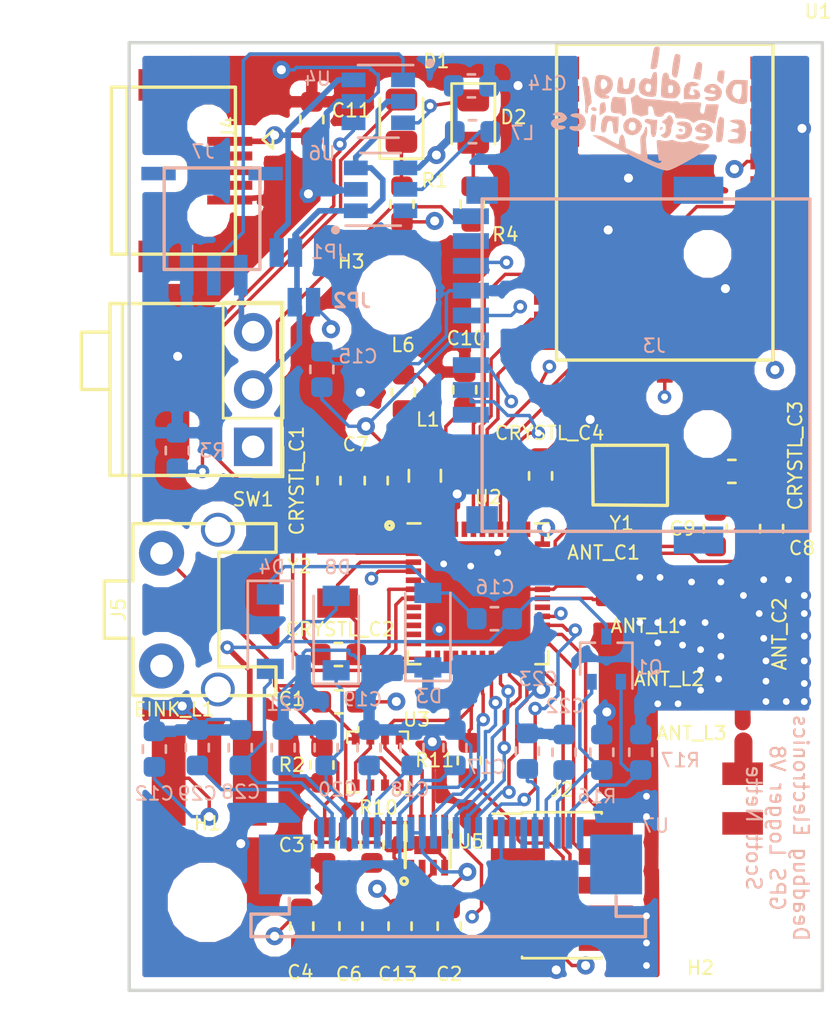
<source format=kicad_pcb>
(kicad_pcb (version 20171130) (host pcbnew "(5.0.1)-rc2")
  (layers (0 F.Cu signal) (1 In1.Cu signal) (2 In2.Cu signal) (31 B.Cu signal) (34 B.Paste user) (35 F.Paste user) (36 B.SilkS user) (37 F.SilkS user) (38 B.Mask user) (39 F.Mask user) (44 Edge.Cuts user))
  (net 0 "")
  (net 1 BattRtn)
  (net 2 "Net-(D1-Pad1)")
  (net 3 "Net-(D2-Pad1)")
  (net 4 BattPwr)
  (net 5 Fun_Btn_1_P23)
  (net 6 SCL)
  (net 7 SDA)
  (net 8 "Net-(U1-Pad16)")
  (net 9 /BatteryManagement/NTC)
  (net 10 Vdd)
  (net 11 /DEC1)
  (net 12 /DEC2)
  (net 13 /DEC3)
  (net 14 /DEC4)
  (net 15 "Net-(C16-Pad1)")
  (net 16 LED1_P2)
  (net 17 /RESET)
  (net 18 /SWDCLK)
  (net 19 /SWDIO)
  (net 20 /SPI_MISO)
  (net 21 /SPI_CLK)
  (net 22 /SPI_MOSI)
  (net 23 /SPI_EINK_CS)
  (net 24 "Net-(ANT1-Pad1)")
  (net 25 /EINK_BUSY)
  (net 26 /EINK_RST)
  (net 27 /EINK_DC)
  (net 28 /GPS_Reset)
  (net 29 /GPS_ExtInt)
  (net 30 USB_PWR)
  (net 31 UART_RX)
  (net 32 UART_TX)
  (net 33 /GPS_TimePulse)
  (net 34 ALRT)
  (net 35 "Net-(ANT_C1-Pad1)")
  (net 36 "Net-(ANT_C2-Pad2)")
  (net 37 "Net-(ANT_C2-Pad1)")
  (net 38 "Net-(C16-Pad2)")
  (net 39 /EINK/VDD)
  (net 40 /EINK/VPP)
  (net 41 /EINK/VSH)
  (net 42 /EINK/PREVGH)
  (net 43 /EINK/VSL)
  (net 44 "Net-(C22-Pad1)")
  (net 45 "Net-(C23-Pad1)")
  (net 46 /EINK/PREVGL)
  (net 47 /EINK/VCOM)
  (net 48 "Net-(CRYSTL_C1-Pad1)")
  (net 49 "Net-(CRYSTL_C2-Pad1)")
  (net 50 "Net-(CRYSTL_C3-Pad2)")
  (net 51 "Net-(CRYSTL_C4-Pad2)")
  (net 52 "Net-(D2-Pad2)")
  (net 53 /SD_CS)
  (net 54 "Net-(L1-Pad2)")
  (net 55 "Net-(L6-Pad2)")
  (net 56 "Net-(L7-Pad1)")
  (net 57 /EINK/GDR)
  (net 58 /EINK/RESE)
  (net 59 "Net-(R3-Pad2)")
  (net 60 /BatteryManagement/BattInt)
  (net 61 /BatteryManagement/Batt+)
  (net 62 "Net-(ANT1-Pad2)")
  (net 63 "Net-(J2-Pad6)")
  (net 64 "Net-(J2-Pad7)")
  (net 65 "Net-(J2-Pad8)")
  (net 66 "Net-(J3-Pad8)")
  (net 67 "Net-(J3-Pad1)")
  (net 68 "Net-(J4-Pad4)")
  (net 69 "Net-(J4-Pad3)")
  (net 70 "Net-(J4-Pad2)")
  (net 71 "Net-(SW1-Pad1)")
  (net 72 "Net-(U1-Pad30)")
  (net 73 "Net-(U1-Pad8)")
  (net 74 LED2_P3)
  (net 75 "Net-(U2-Pad8)")
  (net 76 "Net-(U2-Pad9)")
  (net 77 "Net-(U2-Pad10)")
  (net 78 "Net-(U2-Pad11)")
  (net 79 "Net-(U2-Pad12)")
  (net 80 "Net-(U2-Pad14)")
  (net 81 "Net-(U2-Pad15)")
  (net 82 "Net-(U2-Pad16)")
  (net 83 "Net-(U2-Pad29)")
  (net 84 "Net-(U2-Pad37)")
  (net 85 "Net-(U2-Pad44)")
  (net 86 "Net-(U7-Pad1)")
  (net 87 "Net-(U7-Pad6)")
  (net 88 "Net-(U7-Pad7)")
  (net 89 "Net-(U7-Pad25)")
  (net 90 "Net-(U7-Pad26)")
  (module Package_TO_SOT_SMD:SOT-323_SC-70 (layer B.Cu) (at 217.917 51.324 90)
    (fp_text reference Q1 (at -0.365 1.9045 180) (layer B.SilkS) (effects (font (size 0.6 0.6) (thickness 0.09)) (justify mirror)))
    (fp_text value Q_NMOS_GSD)
    (pad 1 smd rect (at -1 0.65 180) (size 0.45 0.7) (layers B.Cu B.Paste B.Mask) (net 57 /EINK/GDR))
    (pad 2 smd rect (at -1 -0.65 180) (size 0.45 0.7) (layers B.Cu B.Paste B.Mask) (net 58 /EINK/RESE))
    (pad 3 smd rect (at 1 0 180) (size 0.45 0.7) (layers B.Cu B.Paste B.Mask) (net 38 "Net-(C16-Pad2)"))
  )
  (module CustomFP:microSD_ebay (layer B.Cu) (at 212.4075 38.2905 270)
    (fp_text reference J3 (at -0.858 -7.634) (layer B.SilkS) (effects (font (size 0.6 0.6) (thickness 0.09)) (justify mirror)))
    (fp_text value Micro_SD_Card)
    (pad "" smd rect (at 7.75 -9.6 270) (size 1.2 2.2) (layers B.Cu B.Paste B.Mask))
    (pad "" smd rect (at -7.75 -9.6 270) (size 1.2 2.2) (layers B.Cu B.Paste B.Mask))
    (pad "" np_thru_hole circle (at -4.93 -10 270) (size 1.1 1.1) (drill 1.1) (layers *.Cu *.Mask))
    (pad "" np_thru_hole circle (at 3.05 -10 270) (size 1.1 1.1) (drill 1.1) (layers *.Cu *.Mask))
    (pad "" smd rect (at 6.85 0 270) (size 1.2 1.4) (layers B.Cu B.Paste B.Mask))
    (pad "" smd rect (at -7.75 0 270) (size 1.2 1.4) (layers B.Cu B.Paste B.Mask))
    (pad Cd smd rect (at -6.6 0.5 270) (size 0.7 1.6) (layers B.Cu B.Paste B.Mask))
    (pad 8 smd rect (at -5.5 0.5 270) (size 0.7 1.6) (layers B.Cu B.Paste B.Mask) (net 66 "Net-(J3-Pad8)"))
    (pad 7 smd rect (at -4.4 0.5 270) (size 0.7 1.6) (layers B.Cu B.Paste B.Mask) (net 20 /SPI_MISO))
    (pad 6 smd rect (at -3.3 0.5 270) (size 0.7 1.6) (layers B.Cu B.Paste B.Mask) (net 1 BattRtn))
    (pad 5 smd rect (at -2.2 0.5 270) (size 0.7 1.6) (layers B.Cu B.Paste B.Mask) (net 21 /SPI_CLK))
    (pad 4 smd rect (at -1.1 0.5 270) (size 0.7 1.6) (layers B.Cu B.Paste B.Mask) (net 10 Vdd))
    (pad 1 smd rect (at 2.2 0.5 270) (size 0.7 1.6) (layers B.Cu B.Paste B.Mask) (net 67 "Net-(J3-Pad1)"))
    (pad 2 smd rect (at 1.1 0.5 270) (size 0.7 1.6) (layers B.Cu B.Paste B.Mask) (net 53 /SD_CS))
    (pad 3 smd rect (at 0 0.5 270) (size 0.7 1.6) (layers B.Cu B.Paste B.Mask) (net 22 /SPI_MOSI))
  )
  (module Diode_SMD:D_SOD-123 (layer B.Cu) (at 203.0095 50.1015 270)
    (fp_text reference D4 (at -2.8575 -0.0635 180) (layer B.SilkS) (effects (font (size 0.6 0.6) (thickness 0.09)) (justify mirror)))
    (fp_text value MBR0530)
    (pad 1 smd rect (at -1.65 0 270) (size 0.9 1.2) (layers B.Cu B.Paste B.Mask) (net 15 "Net-(C16-Pad1)"))
    (pad 2 smd rect (at 1.65 0 270) (size 0.9 1.2) (layers B.Cu B.Paste B.Mask) (net 46 /EINK/PREVGL))
  )
  (module Diode_SMD:D_SOD-123 (layer B.Cu) (at 205.9305 50.165 90)
    (fp_text reference D8 (at 2.921 0.0635 180) (layer B.SilkS) (effects (font (size 0.6 0.6) (thickness 0.09)) (justify mirror)))
    (fp_text value MBR0530)
    (pad 1 smd rect (at -1.65 0 90) (size 0.9 1.2) (layers B.Cu B.Paste B.Mask) (net 42 /EINK/PREVGH))
    (pad 2 smd rect (at 1.65 0 90) (size 0.9 1.2) (layers B.Cu B.Paste B.Mask) (net 38 "Net-(C16-Pad2)"))
  )
  (module Diode_SMD:D_SOD-123 (layer B.Cu) (at 210 50.038 90)
    (fp_text reference D3 (at -2.921 0.058 180) (layer B.SilkS) (effects (font (size 0.6 0.6) (thickness 0.09)) (justify mirror)))
    (fp_text value MBR0530)
    (pad 2 smd rect (at 1.65 0 90) (size 0.9 1.2) (layers B.Cu B.Paste B.Mask) (net 15 "Net-(C16-Pad1)"))
    (pad 1 smd rect (at -1.65 0 90) (size 0.9 1.2) (layers B.Cu B.Paste B.Mask) (net 1 BattRtn))
  )
  (module CustomFP:CAM-M8Q (layer F.Cu) (at 215.7095 24.0665)
    (fp_text reference U1 (at 11.6 -1.45) (layer F.SilkS) (effects (font (size 0.6 0.6) (thickness 0.09))))
    (fp_text value CAM_M8Q)
    (pad 28 smd rect (at 3.8 14) (size 0.7 2) (layers F.Cu F.Paste F.Mask))
    (pad 29 smd rect (at 4.8 14) (size 0.7 2) (layers F.Cu F.Paste F.Mask) (net 33 /GPS_TimePulse))
    (pad 30 smd rect (at 5.8 14) (size 0.7 2) (layers F.Cu F.Paste F.Mask) (net 72 "Net-(U1-Pad30)"))
    (pad 31 smd rect (at 6.8 14) (size 0.7 2) (layers F.Cu F.Paste F.Mask) (net 1 BattRtn))
    (pad 27 smd rect (at 2.8 14) (size 0.7 2) (layers F.Cu F.Paste F.Mask) (net 1 BattRtn))
    (pad 1 smd rect (at 9.6 13.2) (size 2 0.7) (layers F.Cu F.Paste F.Mask) (net 10 Vdd))
    (pad 2 smd rect (at 9.6 12.2) (size 2 0.7) (layers F.Cu F.Paste F.Mask))
    (pad 3 smd rect (at 9.6 11.2) (size 2 0.7) (layers F.Cu F.Paste F.Mask))
    (pad 4 smd rect (at 9.6 10.2) (size 2 0.7) (layers F.Cu F.Paste F.Mask) (net 1 BattRtn))
    (pad 5 smd rect (at 9.6 9.2) (size 2 0.7) (layers F.Cu F.Paste F.Mask) (net 1 BattRtn))
    (pad 6 smd rect (at 9.6 8.2) (size 2 0.7) (layers F.Cu F.Paste F.Mask))
    (pad 7 smd rect (at 9.6 7.2) (size 2 0.7) (layers F.Cu F.Paste F.Mask) (net 29 /GPS_ExtInt))
    (pad 8 smd rect (at 9.6 6.2) (size 2 0.7) (layers F.Cu F.Paste F.Mask) (net 73 "Net-(U1-Pad8)"))
    (pad 9 smd rect (at 9.6 5.2) (size 2 0.7) (layers F.Cu F.Paste F.Mask) (net 10 Vdd))
    (pad 10 smd rect (at 9.6 4.2) (size 2 0.7) (layers F.Cu F.Paste F.Mask) (net 1 BattRtn))
    (pad 15 smd rect (at 0 2.2) (size 2 0.7) (layers F.Cu F.Paste F.Mask) (net 1 BattRtn))
    (pad 16 smd rect (at 0 3.2) (size 2 0.7) (layers F.Cu F.Paste F.Mask) (net 8 "Net-(U1-Pad16)"))
    (pad 17 smd rect (at 0 4.2) (size 2 0.7) (layers F.Cu F.Paste F.Mask) (net 8 "Net-(U1-Pad16)"))
    (pad 18 smd rect (at 0 5.2) (size 2 0.7) (layers F.Cu F.Paste F.Mask) (net 1 BattRtn))
    (pad 19 smd rect (at 0 6.2) (size 2 0.7) (layers F.Cu F.Paste F.Mask) (net 1 BattRtn))
    (pad 20 smd rect (at 0 7.2) (size 2 0.7) (layers F.Cu F.Paste F.Mask))
    (pad 21 smd rect (at 0 8.2) (size 2 0.7) (layers F.Cu F.Paste F.Mask) (net 1 BattRtn))
    (pad 22 smd rect (at 0 9.2) (size 2 0.7) (layers F.Cu F.Paste F.Mask) (net 1 BattRtn))
    (pad 23 smd rect (at 0 10.2) (size 2 0.7) (layers F.Cu F.Paste F.Mask) (net 28 /GPS_Reset))
    (pad 24 smd rect (at 0 11.2) (size 2 0.7) (layers F.Cu F.Paste F.Mask))
    (pad 25 smd rect (at 0 12.2) (size 2 0.7) (layers F.Cu F.Paste F.Mask) (net 31 UART_RX))
    (pad 26 smd rect (at 0 13.2) (size 2 0.7) (layers F.Cu F.Paste F.Mask) (net 32 UART_TX))
    (pad 11 smd rect (at 9.6 3.2) (size 2 0.7) (layers F.Cu F.Paste F.Mask) (net 1 BattRtn))
    (pad 12 smd rect (at 9.6 2.2) (size 2 0.7) (layers F.Cu F.Paste F.Mask) (net 1 BattRtn))
    (pad 14 smd rect (at 0 1.05) (size 2 1) (layers F.Cu F.Paste F.Mask) (net 1 BattRtn))
    (pad 13 smd rect (at 9.6 1.05) (size 2 1) (layers F.Cu F.Paste F.Mask) (net 1 BattRtn))
  )
  (module LED_SMD:LED_0805_2012Metric (layer F.Cu) (at 208.8261 27.4555 90)
    (fp_text reference D1 (at 2.6393 1.5494 180) (layer F.SilkS) (effects (font (size 0.6 0.6) (thickness 0.09))))
    (fp_text value LED_B)
    (pad 2 smd roundrect (at 0.9375 0 90) (size 0.975 1.4) (layers F.Cu F.Paste F.Mask) (net 16 LED1_P2))
    (pad 1 smd roundrect (at -0.9375 0 90) (size 0.975 1.4) (layers F.Cu F.Paste F.Mask) (net 2 "Net-(D1-Pad1)"))
  )
  (module LED_SMD:LED_0805_2012Metric (layer F.Cu) (at 212.0138 27.4955 270)
    (fp_text reference D2 (at -0.1955 -1.7862) (layer F.SilkS) (effects (font (size 0.6 0.6) (thickness 0.09))))
    (fp_text value LED)
    (pad 2 smd roundrect (at 0.9375 0 270) (size 0.975 1.4) (layers F.Cu F.Paste F.Mask) (net 52 "Net-(D2-Pad2)"))
    (pad 1 smd roundrect (at -0.9375 0 270) (size 0.975 1.4) (layers F.Cu F.Paste F.Mask) (net 3 "Net-(D2-Pad1)"))
  )
  (module Inductor_SMD:L_0805_2012Metric (layer F.Cu) (at 209.8675 43.195 90)
    (fp_text reference L1 (at 2.495 0.1325 180) (layer F.SilkS) (effects (font (size 0.6 0.6) (thickness 0.09))))
    (fp_text value 10nH)
    (pad 2 smd roundrect (at 0.9375 0 90) (size 0.975 1.4) (layers F.Cu F.Paste F.Mask) (net 54 "Net-(L1-Pad2)"))
    (pad 1 smd roundrect (at -0.9375 0 90) (size 0.975 1.4) (layers F.Cu F.Paste F.Mask) (net 14 /DEC4))
  )
  (module Package_DFN_QFN:QFN-48-1EP_6x6mm_P0.4mm_EP4.66x4.66mm (layer F.Cu) (at 212.2205 48.425)
    (fp_text reference U2 (at 0.456074 -4.281526) (layer F.SilkS) (effects (font (size 0.6 0.6) (thickness 0.09))))
    (fp_text value nRF52832-QFxx)
    (pad 49 smd rect (at 0 0) (size 4.66 4.66) (layers F.Cu F.Mask) (net 1 BattRtn))
    (pad 1 smd rect (at -2.86 -2.2) (size 0.68 0.25) (layers F.Cu F.Paste F.Mask) (net 11 /DEC1))
    (pad 2 smd rect (at -2.86 -1.8) (size 0.68 0.25) (layers F.Cu F.Paste F.Mask) (net 48 "Net-(CRYSTL_C1-Pad1)"))
    (pad 3 smd rect (at -2.86 -1.4) (size 0.68 0.25) (layers F.Cu F.Paste F.Mask) (net 49 "Net-(CRYSTL_C2-Pad1)"))
    (pad 4 smd rect (at -2.86 -1) (size 0.68 0.25) (layers F.Cu F.Paste F.Mask) (net 34 ALRT))
    (pad 5 smd rect (at -2.86 -0.6) (size 0.68 0.25) (layers F.Cu F.Paste F.Mask) (net 74 LED2_P3))
    (pad 6 smd rect (at -2.86 -0.2) (size 0.68 0.25) (layers F.Cu F.Paste F.Mask) (net 16 LED1_P2))
    (pad 7 smd rect (at -2.86 0.2) (size 0.68 0.25) (layers F.Cu F.Paste F.Mask) (net 5 Fun_Btn_1_P23))
    (pad 8 smd rect (at -2.86 0.6) (size 0.68 0.25) (layers F.Cu F.Paste F.Mask) (net 75 "Net-(U2-Pad8)"))
    (pad 9 smd rect (at -2.86 1) (size 0.68 0.25) (layers F.Cu F.Paste F.Mask) (net 76 "Net-(U2-Pad9)"))
    (pad 10 smd rect (at -2.86 1.4) (size 0.68 0.25) (layers F.Cu F.Paste F.Mask) (net 77 "Net-(U2-Pad10)"))
    (pad 11 smd rect (at -2.86 1.8) (size 0.68 0.25) (layers F.Cu F.Paste F.Mask) (net 78 "Net-(U2-Pad11)"))
    (pad 12 smd rect (at -2.86 2.2) (size 0.68 0.25) (layers F.Cu F.Paste F.Mask) (net 79 "Net-(U2-Pad12)"))
    (pad 13 smd rect (at -2.2 2.86) (size 0.25 0.68) (layers F.Cu F.Paste F.Mask) (net 10 Vdd))
    (pad 14 smd rect (at -1.8 2.86) (size 0.25 0.68) (layers F.Cu F.Paste F.Mask) (net 80 "Net-(U2-Pad14)"))
    (pad 15 smd rect (at -1.4 2.86) (size 0.25 0.68) (layers F.Cu F.Paste F.Mask) (net 81 "Net-(U2-Pad15)"))
    (pad 16 smd rect (at -1 2.86) (size 0.25 0.68) (layers F.Cu F.Paste F.Mask) (net 82 "Net-(U2-Pad16)"))
    (pad 17 smd rect (at -0.6 2.86) (size 0.25 0.68) (layers F.Cu F.Paste F.Mask) (net 7 SDA))
    (pad 18 smd rect (at -0.2 2.86) (size 0.25 0.68) (layers F.Cu F.Paste F.Mask) (net 6 SCL))
    (pad 19 smd rect (at 0.2 2.86) (size 0.25 0.68) (layers F.Cu F.Paste F.Mask) (net 22 /SPI_MOSI))
    (pad 20 smd rect (at 0.6 2.86) (size 0.25 0.68) (layers F.Cu F.Paste F.Mask) (net 21 /SPI_CLK))
    (pad 21 smd rect (at 1 2.86) (size 0.25 0.68) (layers F.Cu F.Paste F.Mask) (net 23 /SPI_EINK_CS))
    (pad 22 smd rect (at 1.4 2.86) (size 0.25 0.68) (layers F.Cu F.Paste F.Mask) (net 27 /EINK_DC))
    (pad 23 smd rect (at 1.8 2.86) (size 0.25 0.68) (layers F.Cu F.Paste F.Mask) (net 26 /EINK_RST))
    (pad 24 smd rect (at 2.2 2.86) (size 0.25 0.68) (layers F.Cu F.Paste F.Mask) (net 17 /RESET))
    (pad 25 smd rect (at 2.86 2.2) (size 0.68 0.25) (layers F.Cu F.Paste F.Mask) (net 18 /SWDCLK))
    (pad 26 smd rect (at 2.86 1.8) (size 0.68 0.25) (layers F.Cu F.Paste F.Mask) (net 19 /SWDIO))
    (pad 27 smd rect (at 2.86 1.4) (size 0.68 0.25) (layers F.Cu F.Paste F.Mask) (net 25 /EINK_BUSY))
    (pad 28 smd rect (at 2.86 1) (size 0.68 0.25) (layers F.Cu F.Paste F.Mask) (net 20 /SPI_MISO))
    (pad 29 smd rect (at 2.86 0.6) (size 0.68 0.25) (layers F.Cu F.Paste F.Mask) (net 83 "Net-(U2-Pad29)"))
    (pad 30 smd rect (at 2.86 0.2) (size 0.68 0.25) (layers F.Cu F.Paste F.Mask) (net 35 "Net-(ANT_C1-Pad1)"))
    (pad 31 smd rect (at 2.86 -0.2) (size 0.68 0.25) (layers F.Cu F.Paste F.Mask) (net 1 BattRtn))
    (pad 32 smd rect (at 2.86 -0.6) (size 0.68 0.25) (layers F.Cu F.Paste F.Mask) (net 12 /DEC2))
    (pad 33 smd rect (at 2.86 -1) (size 0.68 0.25) (layers F.Cu F.Paste F.Mask) (net 13 /DEC3))
    (pad 34 smd rect (at 2.86 -1.4) (size 0.68 0.25) (layers F.Cu F.Paste F.Mask) (net 50 "Net-(CRYSTL_C3-Pad2)"))
    (pad 35 smd rect (at 2.86 -1.8) (size 0.68 0.25) (layers F.Cu F.Paste F.Mask) (net 51 "Net-(CRYSTL_C4-Pad2)"))
    (pad 36 smd rect (at 2.86 -2.2) (size 0.68 0.25) (layers F.Cu F.Paste F.Mask) (net 10 Vdd))
    (pad 37 smd rect (at 2.2 -2.86) (size 0.25 0.68) (layers F.Cu F.Paste F.Mask) (net 84 "Net-(U2-Pad37)"))
    (pad 38 smd rect (at 1.8 -2.86) (size 0.25 0.68) (layers F.Cu F.Paste F.Mask) (net 53 /SD_CS))
    (pad 39 smd rect (at 1.4 -2.86) (size 0.25 0.68) (layers F.Cu F.Paste F.Mask) (net 29 /GPS_ExtInt))
    (pad 40 smd rect (at 1 -2.86) (size 0.25 0.68) (layers F.Cu F.Paste F.Mask) (net 33 /GPS_TimePulse))
    (pad 41 smd rect (at 0.6 -2.86) (size 0.25 0.68) (layers F.Cu F.Paste F.Mask) (net 32 UART_TX))
    (pad 42 smd rect (at 0.2 -2.86) (size 0.25 0.68) (layers F.Cu F.Paste F.Mask) (net 31 UART_RX))
    (pad 43 smd rect (at -0.2 -2.86) (size 0.25 0.68) (layers F.Cu F.Paste F.Mask) (net 28 /GPS_Reset))
    (pad 44 smd rect (at -0.6 -2.86) (size 0.25 0.68) (layers F.Cu F.Paste F.Mask) (net 85 "Net-(U2-Pad44)"))
    (pad 45 smd rect (at -1 -2.86) (size 0.25 0.68) (layers F.Cu F.Paste F.Mask) (net 1 BattRtn))
    (pad 46 smd rect (at -1.4 -2.86) (size 0.25 0.68) (layers F.Cu F.Paste F.Mask) (net 14 /DEC4))
    (pad 47 smd rect (at -1.8 -2.86) (size 0.25 0.68) (layers F.Cu F.Paste F.Mask) (net 55 "Net-(L6-Pad2)"))
    (pad 48 smd rect (at -2.2 -2.86) (size 0.25 0.68) (layers F.Cu F.Paste F.Mask) (net 10 Vdd))
  )
  (module Package_TO_SOT_SMD:SOT-23-6 (layer B.Cu) (at 207.9 30.5)
    (fp_text reference U6 (at -2.6 -1.6) (layer B.SilkS) (effects (font (size 0.6 0.6) (thickness 0.09)) (justify mirror)))
    (fp_text value LM3671)
    (pad 5 smd rect (at 1.1 0) (size 1.06 0.65) (layers B.Cu B.Paste B.Mask) (net 56 "Net-(L7-Pad1)"))
    (pad 6 smd rect (at 1.1 0.95) (size 1.06 0.65) (layers B.Cu B.Paste B.Mask))
    (pad 4 smd rect (at 1.1 -0.95) (size 1.06 0.65) (layers B.Cu B.Paste B.Mask) (net 10 Vdd))
    (pad 3 smd rect (at -1.1 -0.95) (size 1.06 0.65) (layers B.Cu B.Paste B.Mask) (net 61 /BatteryManagement/Batt+))
    (pad 2 smd rect (at -1.1 0) (size 1.06 0.65) (layers B.Cu B.Paste B.Mask) (net 1 BattRtn))
    (pad 1 smd rect (at -1.1 0.95) (size 1.06 0.65) (layers B.Cu B.Paste B.Mask) (net 61 /BatteryManagement/Batt+))
  )
  (module Jumpers:SMT-JUMPER_2_NO_NO-SILK (layer B.Cu) (at 203.7 33.3)
    (fp_text reference JP1 (at 1.913 -0.026) (layer B.SilkS) (effects (font (size 0.6 0.6) (thickness 0.09)) (justify mirror)))
    (fp_text value Jumper_NO_Small hide)
    (pad 2 smd rect (at 0.4064 0) (size 0.635 1.27) (layers B.Cu B.Mask) (net 61 /BatteryManagement/Batt+))
    (pad 1 smd rect (at -0.4064 0) (size 0.635 1.27) (layers B.Cu B.Mask) (net 30 USB_PWR))
  )
  (module Resistor_SMD:R_0603_1608Metric (layer F.Cu) (at 205.3 56.0125 270)
    (fp_text reference R2 (at -0.0055 1.338) (layer F.SilkS) (effects (font (size 0.6 0.6) (thickness 0.09))))
    (fp_text value 10k)
    (pad 2 smd roundrect (at 0.7875 0 270) (size 0.875 0.95) (layers F.Cu F.Paste F.Mask) (net 1 BattRtn))
    (pad 1 smd roundrect (at -0.7875 0 270) (size 0.875 0.95) (layers F.Cu F.Paste F.Mask) (net 5 Fun_Btn_1_P23))
  )
  (module Resistor_SMD:R_0603_1608Metric (layer B.Cu) (at 198.882 42.075 270)
    (fp_text reference R3 (at 0 -1.5621) (layer B.SilkS) (effects (font (size 0.6 0.6) (thickness 0.09)) (justify mirror)))
    (fp_text value 1k)
    (pad 2 smd roundrect (at 0.7875 0 270) (size 0.875 0.95) (layers B.Cu B.Paste B.Mask) (net 59 "Net-(R3-Pad2)"))
    (pad 1 smd roundrect (at -0.7875 0 270) (size 0.875 0.95) (layers B.Cu B.Paste B.Mask) (net 1 BattRtn))
  )
  (module Resistor_SMD:R_0603_1608Metric (layer F.Cu) (at 211.963 31.153 90)
    (fp_text reference R4 (at -1.3463 1.4732) (layer F.SilkS) (effects (font (size 0.6 0.6) (thickness 0.09))))
    (fp_text value 330)
    (pad 2 smd roundrect (at 0.7875 0 90) (size 0.875 0.95) (layers F.Cu F.Paste F.Mask) (net 52 "Net-(D2-Pad2)"))
    (pad 1 smd roundrect (at -0.7875 0 90) (size 0.875 0.95) (layers F.Cu F.Paste F.Mask) (net 61 /BatteryManagement/Batt+))
  )
  (module Resistor_SMD:R_0603_1608Metric (layer F.Cu) (at 207.518 59.563 90)
    (fp_text reference R10 (at 1.663 0.282 180) (layer F.SilkS) (effects (font (size 0.6 0.6) (thickness 0.09))))
    (fp_text value R)
    (pad 2 smd roundrect (at 0.7875 0 90) (size 0.875 0.95) (layers F.Cu F.Paste F.Mask) (net 7 SDA))
    (pad 1 smd roundrect (at -0.7875 0 90) (size 0.875 0.95) (layers F.Cu F.Paste F.Mask) (net 10 Vdd))
  )
  (module Resistor_SMD:R_0603_1608Metric (layer F.Cu) (at 211.836 55.8165 90)
    (fp_text reference R11 (at 0.0165 -1.536 180) (layer F.SilkS) (effects (font (size 0.6 0.6) (thickness 0.09))))
    (fp_text value R)
    (pad 2 smd roundrect (at 0.7875 0 90) (size 0.875 0.95) (layers F.Cu F.Paste F.Mask) (net 6 SCL))
    (pad 1 smd roundrect (at -0.7875 0 90) (size 0.875 0.95) (layers F.Cu F.Paste F.Mask) (net 10 Vdd))
  )
  (module Resistor_SMD:R_0603_1608Metric (layer B.Cu) (at 217.7168 55.4481 90)
    (fp_text reference R16 (at -1.9519 -0.2168 -180) (layer B.SilkS) (effects (font (size 0.6 0.6) (thickness 0.09)) (justify mirror)))
    (fp_text value 0.47)
    (pad 2 smd roundrect (at 0.7875 0 90) (size 0.875 0.95) (layers B.Cu B.Paste B.Mask) (net 1 BattRtn))
    (pad 1 smd roundrect (at -0.7875 0 90) (size 0.875 0.95) (layers B.Cu B.Paste B.Mask) (net 58 /EINK/RESE))
  )
  (module Resistor_SMD:R_0603_1608Metric (layer B.Cu) (at 219.444 55.4481 90)
    (fp_text reference R17 (at -0.3519 1.756 -180) (layer B.SilkS) (effects (font (size 0.6 0.6) (thickness 0.09)) (justify mirror)))
    (fp_text value 10k)
    (pad 2 smd roundrect (at 0.7875 0 90) (size 0.875 0.95) (layers B.Cu B.Paste B.Mask) (net 1 BattRtn))
    (pad 1 smd roundrect (at -0.7875 0 90) (size 0.875 0.95) (layers B.Cu B.Paste B.Mask) (net 57 /EINK/GDR))
  )
  (module CustomFP:ECS-320-12-33Q (layer F.Cu) (at 220.3 43.9 180)
    (fp_text reference Y1 (at 1.7 -1.4 180) (layer F.SilkS) (effects (font (size 0.6 0.6) (thickness 0.09))))
    (fp_text value 32MHz)
    (pad 3 smd rect (at 3 1.5 180) (size 1.8 0.8) (layers F.Cu F.Paste F.Mask))
    (pad 4 smd rect (at 0 1.5 180) (size 1.8 0.8) (layers F.Cu F.Paste F.Mask))
    (pad 2 smd rect (at 3 0 180) (size 1.8 0.8) (layers F.Cu F.Paste F.Mask) (net 51 "Net-(CRYSTL_C4-Pad2)"))
    (pad 1 smd rect (at 0 0 180) (size 1.8 0.8) (layers F.Cu F.Paste F.Mask) (net 50 "Net-(CRYSTL_C3-Pad2)"))
  )
  (module CustomFP:TFE322P32K7680R (layer F.Cu) (at 205.994 46.0375 270)
    (fp_text reference Y2 (at 1.1625 1.694) (layer F.SilkS) (effects (font (size 0.6 0.6) (thickness 0.09))))
    (fp_text value 32.768kHz)
    (pad 2 smd rect (at 2.8 0 270) (size 1.3 1.8) (layers F.Cu F.Paste F.Mask) (net 49 "Net-(CRYSTL_C2-Pad1)"))
    (pad 1 smd rect (at 0 0 270) (size 1.3 1.8) (layers F.Cu F.Paste F.Mask) (net 48 "Net-(CRYSTL_C1-Pad1)"))
  )
  (module Capacitor_SMD:C_0402_1005Metric (layer F.Cu) (at 217.7709 48.194 90)
    (fp_text reference ANT_C1 (at 1.594 0.0291 180) (layer F.SilkS) (effects (font (size 0.6 0.6) (thickness 0.09))))
    (fp_text value 0.8pF)
    (pad 1 smd roundrect (at -0.485 0 90) (size 0.59 0.64) (layers F.Cu F.Paste F.Mask) (net 35 "Net-(ANT_C1-Pad1)"))
    (pad 2 smd roundrect (at 0.485 0 90) (size 0.59 0.64) (layers F.Cu F.Paste F.Mask) (net 1 BattRtn))
  )
  (module Capacitor_SMD:C_0402_1005Metric (layer F.Cu) (at 223.9645 51.585 270)
    (fp_text reference ANT_C2 (at -1.385 -1.6355 90) (layer F.SilkS) (effects (font (size 0.6 0.6) (thickness 0.09))))
    (fp_text value 1.2pF)
    (pad 2 smd roundrect (at 0.485 0 270) (size 0.59 0.64) (layers F.Cu F.Paste F.Mask) (net 36 "Net-(ANT_C2-Pad2)"))
    (pad 1 smd roundrect (at -0.485 0 270) (size 0.59 0.64) (layers F.Cu F.Paste F.Mask) (net 37 "Net-(ANT_C2-Pad1)"))
  )
  (module Inductor_SMD:L_0402_1005Metric (layer F.Cu) (at 219.666 48.679 180)
    (fp_text reference ANT_L1 (at 0 -1.17 180) (layer F.SilkS) (effects (font (size 0.6 0.6) (thickness 0.09))))
    (fp_text value 3.9nH)
    (pad 1 smd roundrect (at -0.485 0 180) (size 0.59 0.64) (layers F.Cu F.Paste F.Mask) (net 37 "Net-(ANT_C2-Pad1)"))
    (pad 2 smd roundrect (at 0.485 0 180) (size 0.59 0.64) (layers F.Cu F.Paste F.Mask) (net 35 "Net-(ANT_C1-Pad1)"))
  )
  (module Inductor_SMD:L_0402_1005Metric (layer F.Cu) (at 223.4922 53.086)
    (fp_text reference ANT_L2 (at -2.7922 -0.886) (layer F.SilkS) (effects (font (size 0.6 0.6) (thickness 0.09))))
    (fp_text value 2.7nH)
    (pad 2 smd roundrect (at 0.485 0) (size 0.59 0.64) (layers F.Cu F.Paste F.Mask) (net 36 "Net-(ANT_C2-Pad2)"))
    (pad 1 smd roundrect (at -0.485 0) (size 0.59 0.64) (layers F.Cu F.Paste F.Mask) (net 1 BattRtn))
  )
  (module Inductor_SMD:L_0402_1005Metric (layer F.Cu) (at 224 54.485 90)
    (fp_text reference ANT_L3 (at -0.115 -2.3 180) (layer F.SilkS) (effects (font (size 0.6 0.6) (thickness 0.09))))
    (fp_text value 3.3nH)
    (pad 1 smd roundrect (at -0.485 0 90) (size 0.59 0.64) (layers F.Cu F.Paste F.Mask) (net 24 "Net-(ANT1-Pad1)"))
    (pad 2 smd roundrect (at 0.485 0 90) (size 0.59 0.64) (layers F.Cu F.Paste F.Mask) (net 36 "Net-(ANT_C2-Pad2)"))
  )
  (module Capacitor_SMD:C_0603_1608Metric (layer F.Cu) (at 206.0575 53.213 180)
    (fp_text reference C1 (at 2.0955 0.127 180) (layer F.SilkS) (effects (font (size 0.6 0.6) (thickness 0.09))))
    (fp_text value 82n)
    (pad 1 smd roundrect (at -0.7875 0 180) (size 0.875 0.95) (layers F.Cu F.Paste F.Mask) (net 10 Vdd))
    (pad 2 smd roundrect (at 0.7875 0 180) (size 0.875 0.95) (layers F.Cu F.Paste F.Mask) (net 1 BattRtn))
  )
  (module Capacitor_SMD:C_0603_1608Metric (layer F.Cu) (at 210.947 63.157 270)
    (fp_text reference C2 (at 2.121 0) (layer F.SilkS) (effects (font (size 0.6 0.6) (thickness 0.09))))
    (fp_text value 2.2u)
    (pad 1 smd roundrect (at -0.7875 0 270) (size 0.875 0.95) (layers F.Cu F.Paste F.Mask) (net 10 Vdd))
    (pad 2 smd roundrect (at 0.7875 0 270) (size 0.875 0.95) (layers F.Cu F.Paste F.Mask) (net 1 BattRtn))
  )
  (module Capacitor_SMD:C_0603_1608Metric (layer F.Cu) (at 204.4065 63.157 90)
    (fp_text reference C4 (at -2.043 -0.0635 180) (layer F.SilkS) (effects (font (size 0.6 0.6) (thickness 0.09))))
    (fp_text value 0.1u)
    (pad 2 smd roundrect (at 0.7875 0 90) (size 0.875 0.95) (layers F.Cu F.Paste F.Mask) (net 10 Vdd))
    (pad 1 smd roundrect (at -0.7875 0 90) (size 0.875 0.95) (layers F.Cu F.Paste F.Mask) (net 1 BattRtn))
  )
  (module Capacitor_SMD:C_0603_1608Metric (layer F.Cu) (at 206.586666 63.157 90)
    (fp_text reference C6 (at -2.121 -0.086666 180) (layer F.SilkS) (effects (font (size 0.6 0.6) (thickness 0.09))))
    (fp_text value 0.1u)
    (pad 1 smd roundrect (at -0.7875 0 90) (size 0.875 0.95) (layers F.Cu F.Paste F.Mask) (net 1 BattRtn))
    (pad 2 smd roundrect (at 0.7875 0 90) (size 0.875 0.95) (layers F.Cu F.Paste F.Mask) (net 10 Vdd))
  )
  (module Capacitor_SMD:C_0603_1608Metric (layer F.Cu) (at 207.7085 43.4085 90)
    (fp_text reference C7 (at 1.6085 -0.9085 180) (layer F.SilkS) (effects (font (size 0.6 0.6) (thickness 0.09))))
    (fp_text value 100n)
    (pad 1 smd roundrect (at -0.7875 0 90) (size 0.875 0.95) (layers F.Cu F.Paste F.Mask) (net 11 /DEC1))
    (pad 2 smd roundrect (at 0.7875 0 90) (size 0.875 0.95) (layers F.Cu F.Paste F.Mask) (net 1 BattRtn))
  )
  (module Capacitor_SMD:C_0603_1608Metric (layer F.Cu) (at 225.25 45.5375 90)
    (fp_text reference C8 (at -0.8625 1.35 180) (layer F.SilkS) (effects (font (size 0.6 0.6) (thickness 0.09))))
    (fp_text value NC)
    (pad 2 smd roundrect (at 0.7875 0 90) (size 0.875 0.95) (layers F.Cu F.Paste F.Mask) (net 1 BattRtn))
    (pad 1 smd roundrect (at -0.7875 0 90) (size 0.875 0.95) (layers F.Cu F.Paste F.Mask) (net 12 /DEC2))
  )
  (module Capacitor_SMD:C_0603_1608Metric (layer F.Cu) (at 222.75 45.5375 90)
    (fp_text reference C9 (at 0 -1.45 180) (layer F.SilkS) (effects (font (size 0.6 0.6) (thickness 0.09))))
    (fp_text value 100p)
    (pad 2 smd roundrect (at 0.7875 0 90) (size 0.875 0.95) (layers F.Cu F.Paste F.Mask) (net 1 BattRtn))
    (pad 1 smd roundrect (at -0.7875 0 90) (size 0.875 0.95) (layers F.Cu F.Paste F.Mask) (net 13 /DEC3))
  )
  (module Capacitor_SMD:C_0603_1608Metric (layer F.Cu) (at 211.635 39.3835 90)
    (fp_text reference C10 (at 2.2835 0.065 180) (layer F.SilkS) (effects (font (size 0.6 0.6) (thickness 0.09))))
    (fp_text value 1u)
    (pad 1 smd roundrect (at -0.7875 0 90) (size 0.875 0.95) (layers F.Cu F.Paste F.Mask) (net 14 /DEC4))
    (pad 2 smd roundrect (at 0.7875 0 90) (size 0.875 0.95) (layers F.Cu F.Paste F.Mask) (net 1 BattRtn))
  )
  (module Capacitor_SMD:C_0603_1608Metric (layer F.Cu) (at 204.851 27.4065 270)
    (fp_text reference C11 (at -0.4065 -1.749) (layer F.SilkS) (effects (font (size 0.6 0.6) (thickness 0.09))))
    (fp_text value 100nF)
    (pad 2 smd roundrect (at 0.7875 0 270) (size 0.875 0.95) (layers F.Cu F.Paste F.Mask) (net 30 USB_PWR))
    (pad 1 smd roundrect (at -0.7875 0 270) (size 0.875 0.95) (layers F.Cu F.Paste F.Mask) (net 1 BattRtn))
  )
  (module Capacitor_SMD:C_0603_1608Metric (layer B.Cu) (at 197.866 55.3085 90)
    (fp_text reference C12 (at -1.9685 0 180) (layer B.SilkS) (effects (font (size 0.6 0.6) (thickness 0.09)) (justify mirror)))
    (fp_text value 100n)
    (pad 2 smd roundrect (at 0.7875 0 90) (size 0.875 0.95) (layers B.Cu B.Paste B.Mask) (net 1 BattRtn))
    (pad 1 smd roundrect (at -0.7875 0 90) (size 0.875 0.95) (layers B.Cu B.Paste B.Mask) (net 10 Vdd))
  )
  (module Capacitor_SMD:C_0603_1608Metric (layer F.Cu) (at 208.766832 63.157 270)
    (fp_text reference C13 (at 2.121 0.105832) (layer F.SilkS) (effects (font (size 0.6 0.6) (thickness 0.09))))
    (fp_text value 1u)
    (pad 2 smd roundrect (at 0.7875 0 270) (size 0.875 0.95) (layers F.Cu F.Paste F.Mask) (net 1 BattRtn))
    (pad 1 smd roundrect (at -0.7875 0 270) (size 0.875 0.95) (layers F.Cu F.Paste F.Mask) (net 4 BattPwr))
  )
  (module Capacitor_SMD:C_0603_1608Metric (layer B.Cu) (at 211.931 25.9147)
    (fp_text reference C14 (at 3.369 -0.1147) (layer B.SilkS) (effects (font (size 0.6 0.6) (thickness 0.09)) (justify mirror)))
    (fp_text value C)
    (pad 2 smd roundrect (at 0.7875 0) (size 0.875 0.95) (layers B.Cu B.Paste B.Mask) (net 1 BattRtn))
    (pad 1 smd roundrect (at -0.7875 0) (size 0.875 0.95) (layers B.Cu B.Paste B.Mask) (net 10 Vdd))
  )
  (module Capacitor_SMD:C_0603_1608Metric (layer B.Cu) (at 205.2955 38.481 90)
    (fp_text reference C15 (at 0.581 1.6045 180) (layer B.SilkS) (effects (font (size 0.6 0.6) (thickness 0.09)) (justify mirror)))
    (fp_text value 4.7u)
    (pad 1 smd roundrect (at -0.7875 0 90) (size 0.875 0.95) (layers B.Cu B.Paste B.Mask) (net 10 Vdd))
    (pad 2 smd roundrect (at 0.7875 0 90) (size 0.875 0.95) (layers B.Cu B.Paste B.Mask) (net 1 BattRtn))
  )
  (module Capacitor_SMD:C_0603_1608Metric (layer B.Cu) (at 212.9535 49.53)
    (fp_text reference C16 (at 0.0255 -1.397 -180) (layer B.SilkS) (effects (font (size 0.6 0.6) (thickness 0.09)) (justify mirror)))
    (fp_text value 100n)
    (pad 2 smd roundrect (at 0.7875 0) (size 0.875 0.95) (layers B.Cu B.Paste B.Mask) (net 38 "Net-(C16-Pad2)"))
    (pad 1 smd roundrect (at -0.7875 0) (size 0.875 0.95) (layers B.Cu B.Paste B.Mask) (net 15 "Net-(C16-Pad1)"))
  )
  (module Capacitor_SMD:C_0603_1608Metric (layer B.Cu) (at 211.201 55.2451 90)
    (fp_text reference C17 (at -0.8549 1.399 180) (layer B.SilkS) (effects (font (size 0.6 0.6) (thickness 0.09)) (justify mirror)))
    (fp_text value 1u)
    (pad 1 smd roundrect (at -0.7875 0 90) (size 0.875 0.95) (layers B.Cu B.Paste B.Mask) (net 39 /EINK/VDD))
    (pad 2 smd roundrect (at 0.7875 0 90) (size 0.875 0.95) (layers B.Cu B.Paste B.Mask) (net 1 BattRtn))
  )
  (module Capacitor_SMD:C_0603_1608Metric (layer B.Cu) (at 209.296 55.2451 90)
    (fp_text reference C18 (at -1.8549 -0.096 180) (layer B.SilkS) (effects (font (size 0.6 0.6) (thickness 0.09)) (justify mirror)))
    (fp_text value 1u)
    (pad 1 smd roundrect (at -0.7875 0 90) (size 0.875 0.95) (layers B.Cu B.Paste B.Mask) (net 40 /EINK/VPP))
    (pad 2 smd roundrect (at 0.7875 0 90) (size 0.875 0.95) (layers B.Cu B.Paste B.Mask) (net 1 BattRtn))
  )
  (module Capacitor_SMD:C_0603_1608Metric (layer B.Cu) (at 207.391 55.2451 90)
    (fp_text reference C19 (at 2.1451 -0.291 180) (layer B.SilkS) (effects (font (size 0.6 0.6) (thickness 0.09)) (justify mirror)))
    (fp_text value 1u)
    (pad 2 smd roundrect (at 0.7875 0 90) (size 0.875 0.95) (layers B.Cu B.Paste B.Mask) (net 1 BattRtn))
    (pad 1 smd roundrect (at -0.7875 0 90) (size 0.875 0.95) (layers B.Cu B.Paste B.Mask) (net 41 /EINK/VSH))
  )
  (module Capacitor_SMD:C_0603_1608Metric (layer B.Cu) (at 205.486 55.2451 90)
    (fp_text reference C20 (at -1.8549 0.514 180) (layer B.SilkS) (effects (font (size 0.6 0.6) (thickness 0.09)) (justify mirror)))
    (fp_text value 1u)
    (pad 1 smd roundrect (at -0.7875 0 90) (size 0.875 0.95) (layers B.Cu B.Paste B.Mask) (net 42 /EINK/PREVGH))
    (pad 2 smd roundrect (at 0.7875 0 90) (size 0.875 0.95) (layers B.Cu B.Paste B.Mask) (net 1 BattRtn))
  )
  (module Capacitor_SMD:C_0603_1608Metric (layer B.Cu) (at 203.581 55.2451 90)
    (fp_text reference C21 (at 1.9451 0.119 180) (layer B.SilkS) (effects (font (size 0.6 0.6) (thickness 0.09)) (justify mirror)))
    (fp_text value 1u)
    (pad 2 smd roundrect (at 0.7875 0 90) (size 0.875 0.95) (layers B.Cu B.Paste B.Mask) (net 1 BattRtn))
    (pad 1 smd roundrect (at -0.7875 0 90) (size 0.875 0.95) (layers B.Cu B.Paste B.Mask) (net 43 /EINK/VSL))
  )
  (module Capacitor_SMD:C_0603_1608Metric (layer B.Cu) (at 216.0404 55.4481 90)
    (fp_text reference C22 (at 2.0481 0.0596 180) (layer B.SilkS) (effects (font (size 0.6 0.6) (thickness 0.09)) (justify mirror)))
    (fp_text value 1u)
    (pad 1 smd roundrect (at -0.7875 0 90) (size 0.875 0.95) (layers B.Cu B.Paste B.Mask) (net 44 "Net-(C22-Pad1)"))
    (pad 2 smd roundrect (at 0.7875 0 90) (size 0.875 0.95) (layers B.Cu B.Paste B.Mask) (net 1 BattRtn))
  )
  (module Capacitor_SMD:C_0603_1608Metric (layer B.Cu) (at 214.4148 55.3973 90)
    (fp_text reference C23 (at 3.1973 0.4852 180) (layer B.SilkS) (effects (font (size 0.6 0.6) (thickness 0.09)) (justify mirror)))
    (fp_text value 1u)
    (pad 2 smd roundrect (at 0.7875 0 90) (size 0.875 0.95) (layers B.Cu B.Paste B.Mask) (net 1 BattRtn))
    (pad 1 smd roundrect (at -0.7875 0 90) (size 0.875 0.95) (layers B.Cu B.Paste B.Mask) (net 45 "Net-(C23-Pad1)"))
  )
  (module Capacitor_SMD:C_0603_1608Metric (layer B.Cu) (at 201.676 55.2451 90)
    (fp_text reference C28 (at -1.9549 0.024 180) (layer B.SilkS) (effects (font (size 0.6 0.6) (thickness 0.09)) (justify mirror)))
    (fp_text value 1u)
    (pad 1 smd roundrect (at -0.7875 0 90) (size 0.875 0.95) (layers B.Cu B.Paste B.Mask) (net 46 /EINK/PREVGL))
    (pad 2 smd roundrect (at 0.7875 0 90) (size 0.875 0.95) (layers B.Cu B.Paste B.Mask) (net 1 BattRtn))
  )
  (module Capacitor_SMD:C_0603_1608Metric (layer B.Cu) (at 199.771 55.2451 90)
    (fp_text reference C29 (at -2.0319 0 180) (layer B.SilkS) (effects (font (size 0.6 0.6) (thickness 0.09)) (justify mirror)))
    (fp_text value 1u)
    (pad 2 smd roundrect (at 0.7875 0 90) (size 0.875 0.95) (layers B.Cu B.Paste B.Mask) (net 1 BattRtn))
    (pad 1 smd roundrect (at -0.7875 0 90) (size 0.875 0.95) (layers B.Cu B.Paste B.Mask) (net 47 /EINK/VCOM))
  )
  (module Capacitor_SMD:C_0603_1608Metric (layer F.Cu) (at 205.613 43.4085 90)
    (fp_text reference CRYSTL_C1 (at 0 -1.43 90) (layer F.SilkS) (effects (font (size 0.6 0.6) (thickness 0.09))))
    (fp_text value 12p)
    (pad 2 smd roundrect (at 0.7875 0 90) (size 0.875 0.95) (layers F.Cu F.Paste F.Mask) (net 1 BattRtn))
    (pad 1 smd roundrect (at -0.7875 0 90) (size 0.875 0.95) (layers F.Cu F.Paste F.Mask) (net 48 "Net-(CRYSTL_C1-Pad1)"))
  )
  (module Capacitor_SMD:C_0603_1608Metric (layer F.Cu) (at 206.032 51.1175 180)
    (fp_text reference CRYSTL_C2 (at -0.068 1.1175 180) (layer F.SilkS) (effects (font (size 0.6 0.6) (thickness 0.09))))
    (fp_text value 12p)
    (pad 1 smd roundrect (at -0.7875 0 180) (size 0.875 0.95) (layers F.Cu F.Paste F.Mask) (net 49 "Net-(CRYSTL_C2-Pad1)"))
    (pad 2 smd roundrect (at 0.7875 0 180) (size 0.875 0.95) (layers F.Cu F.Paste F.Mask) (net 1 BattRtn))
  )
  (module Capacitor_SMD:C_0603_1608Metric (layer F.Cu) (at 223.4875 43 180)
    (fp_text reference CRYSTL_C3 (at -2.8125 0.7 90) (layer F.SilkS) (effects (font (size 0.6 0.6) (thickness 0.09))))
    (fp_text value 12p)
    (pad 1 smd roundrect (at -0.7875 0 180) (size 0.875 0.95) (layers F.Cu F.Paste F.Mask) (net 1 BattRtn))
    (pad 2 smd roundrect (at 0.7875 0 180) (size 0.875 0.95) (layers F.Cu F.Paste F.Mask) (net 50 "Net-(CRYSTL_C3-Pad2)"))
  )
  (module Capacitor_SMD:C_0603_1608Metric (layer F.Cu) (at 215 43.2 270)
    (fp_text reference CRYSTL_C4 (at -1.9 -0.4) (layer F.SilkS) (effects (font (size 0.6 0.6) (thickness 0.09))))
    (fp_text value 12p)
    (pad 1 smd roundrect (at -0.7875 0 270) (size 0.875 0.95) (layers F.Cu F.Paste F.Mask) (net 1 BattRtn))
    (pad 2 smd roundrect (at 0.7875 0 270) (size 0.875 0.95) (layers F.Cu F.Paste F.Mask) (net 51 "Net-(CRYSTL_C4-Pad2)"))
  )
  (module CustomFP:SRN5040TA-680K (layer F.Cu) (at 198.5 56.6)
    (fp_text reference EINK_L1 (at 0.25 -3.05) (layer F.SilkS) (effects (font (size 0.6 0.6) (thickness 0.09))))
    (fp_text value 68uH)
    (pad 1 smd rect (at 0 0) (size 1.5 4.2) (layers F.Cu F.Paste F.Mask) (net 10 Vdd))
    (pad 2 smd rect (at 3.6 0) (size 1.5 4.2) (layers F.Cu F.Paste F.Mask) (net 38 "Net-(C16-Pad2)"))
  )
  (module Connector_PinHeader_1.27mm:PinHeader_2x05_P1.27mm_Vertical_SMD (layer F.Cu) (at 215.945 61.341)
    (fp_text reference J2 (at 0 -4.235) (layer F.SilkS) (effects (font (size 0.6 0.6) (thickness 0.09))))
    (fp_text value Conn_ARM_JTAG_SWD_10)
    (pad 1 smd rect (at -1.95 -2.54) (size 2.4 0.74) (layers F.Cu F.Paste F.Mask) (net 10 Vdd))
    (pad 2 smd rect (at 1.95 -2.54) (size 2.4 0.74) (layers F.Cu F.Paste F.Mask) (net 19 /SWDIO))
    (pad 3 smd rect (at -1.95 -1.27) (size 2.4 0.74) (layers F.Cu F.Paste F.Mask) (net 1 BattRtn))
    (pad 4 smd rect (at 1.95 -1.27) (size 2.4 0.74) (layers F.Cu F.Paste F.Mask) (net 18 /SWDCLK))
    (pad 5 smd rect (at -1.95 0) (size 2.4 0.74) (layers F.Cu F.Paste F.Mask) (net 1 BattRtn))
    (pad 6 smd rect (at 1.95 0) (size 2.4 0.74) (layers F.Cu F.Paste F.Mask) (net 63 "Net-(J2-Pad6)"))
    (pad 7 smd rect (at -1.95 1.27) (size 2.4 0.74) (layers F.Cu F.Paste F.Mask) (net 64 "Net-(J2-Pad7)"))
    (pad 8 smd rect (at 1.95 1.27) (size 2.4 0.74) (layers F.Cu F.Paste F.Mask) (net 65 "Net-(J2-Pad8)"))
    (pad 9 smd rect (at -1.95 2.54) (size 2.4 0.74) (layers F.Cu F.Paste F.Mask) (net 1 BattRtn))
    (pad 10 smd rect (at 1.95 2.54) (size 2.4 0.74) (layers F.Cu F.Paste F.Mask) (net 17 /RESET))
  )
  (module CustomFP:USB_Micro-B_Ebay (layer F.Cu) (at 195.961 25.9715 270)
    (fp_text reference J4 (at 1.8 -5.2 90) (layer F.SilkS) (effects (font (size 0.6 0.6) (thickness 0.09))))
    (fp_text value USB_B_Micro)
    (pad 5 smd rect (at 5 -5.25) (size 2 0.4) (layers F.Cu F.Paste F.Mask) (net 1 BattRtn))
    (pad 4 smd rect (at 4.35 -5.25) (size 2 0.4) (layers F.Cu F.Paste F.Mask) (net 68 "Net-(J4-Pad4)"))
    (pad 3 smd rect (at 3.7 -5.25) (size 2 0.4) (layers F.Cu F.Paste F.Mask) (net 69 "Net-(J4-Pad3)"))
    (pad 2 smd rect (at 3.05 -5.25) (size 2 0.4) (layers F.Cu F.Paste F.Mask) (net 70 "Net-(J4-Pad2)"))
    (pad 1 smd rect (at 2.4 -5.25) (size 2 0.4) (layers F.Cu F.Paste F.Mask) (net 30 USB_PWR))
    (pad "" np_thru_hole circle (at 1.7 -4.3) (size 0.85 0.85) (drill 0.85) (layers *.Cu *.Mask))
    (pad "" smd rect (at -0.1 -2.15) (size 1.9 1.4) (layers F.Cu F.Paste F.Mask))
    (pad "" np_thru_hole circle (at 5.7 -4.3) (size 0.85 0.85) (drill 0.85) (layers *.Cu *.Mask))
    (pad "" smd rect (at 7.5 -2.15) (size 1.9 1.4) (layers F.Cu F.Paste F.Mask))
  )
  (module CustomFP:ebay_RA_Mom_switch (layer F.Cu) (at 198.1835 49.1255 90)
    (fp_text reference J5 (at 0 -1.905 90) (layer F.SilkS) (effects (font (size 0.6 0.6) (thickness 0.09))))
    (fp_text value BTN1)
    (pad 1 thru_hole circle (at 2.5 0 90) (size 2 2) (drill 1) (layers *.Cu *.Mask) (net 5 Fun_Btn_1_P23))
    (pad 2 thru_hole circle (at -2.5 0 90) (size 2 2) (drill 1) (layers *.Cu *.Mask) (net 10 Vdd))
    (pad "" np_thru_hole circle (at 3.54 2.5 90) (size 1.5 1.5) (drill 1.15) (layers *.Cu *.Mask))
    (pad "" np_thru_hole circle (at -3.54 2.5 90) (size 1.5 1.5) (drill 1.15) (layers *.Cu *.Mask))
  )
  (module CustomFP:molex_78172-0003 (layer B.Cu) (at 199.3 34.55)
    (fp_text reference J7 (at 0.725 -5.721) (layer B.SilkS) (effects (font (size 0.6 0.6) (thickness 0.09)) (justify mirror)))
    (fp_text value Batt_Connector)
    (pad 1 smd rect (at 0 -0.25) (size 0.6 1.8) (layers B.Cu B.Paste B.Mask) (net 1 BattRtn))
    (pad ~ smd rect (at -1.25 -4.75 270) (size 0.6 1.524) (layers B.Cu B.Paste B.Mask))
    (pad ~ smd rect (at 3.5 -4.75 270) (size 0.6 1.524) (layers B.Cu B.Paste B.Mask))
    (pad 2 smd rect (at 1.2 -0.25) (size 0.6 1.8) (layers B.Cu B.Paste B.Mask) (net 9 /BatteryManagement/NTC))
    (pad 3 smd rect (at 2.4 -0.25) (size 0.6 1.8) (layers B.Cu B.Paste B.Mask) (net 60 /BatteryManagement/BattInt))
  )
  (module Inductor_SMD:L_0603_1608Metric (layer F.Cu) (at 208.915 39.497 270)
    (fp_text reference L6 (at -2.097 0.015) (layer F.SilkS) (effects (font (size 0.6 0.6) (thickness 0.09))))
    (fp_text value 15uH)
    (pad 2 smd roundrect (at 0.7875 0 270) (size 0.875 0.95) (layers F.Cu F.Paste F.Mask) (net 55 "Net-(L6-Pad2)"))
    (pad 1 smd roundrect (at -0.7875 0 270) (size 0.875 0.95) (layers F.Cu F.Paste F.Mask) (net 54 "Net-(L1-Pad2)"))
  )
  (module Inductor_SMD:L_0603_1608Metric (layer B.Cu) (at 211.9818 27.9467 180)
    (fp_text reference L7 (at -2.2182 -0.0533 180) (layer B.SilkS) (effects (font (size 0.6 0.6) (thickness 0.09)) (justify mirror)))
    (fp_text value INDUCTOR)
    (pad 1 smd roundrect (at -0.7875 0 180) (size 0.875 0.95) (layers B.Cu B.Paste B.Mask) (net 56 "Net-(L7-Pad1)"))
    (pad 2 smd roundrect (at 0.7875 0 180) (size 0.875 0.95) (layers B.Cu B.Paste B.Mask) (net 10 Vdd))
  )
  (module Resistor_SMD:R_0603_1608Metric (layer F.Cu) (at 208.8515 31.153 270)
    (fp_text reference R1 (at -1.053 -1.4485) (layer F.SilkS) (effects (font (size 0.6 0.6) (thickness 0.09))))
    (fp_text value 5.6)
    (pad 1 smd roundrect (at -0.7875 0 270) (size 0.875 0.95) (layers F.Cu F.Paste F.Mask) (net 2 "Net-(D1-Pad1)"))
    (pad 2 smd roundrect (at 0.7875 0 270) (size 0.875 0.95) (layers F.Cu F.Paste F.Mask) (net 10 Vdd))
  )
  (module digikey-footprints:Pressure_Sensor_LGA-8_2.5x2.5mm_BME280 (layer F.Cu) (at 207.772 55.88)
    (fp_text reference U3 (at 1.728 -1.88) (layer F.SilkS) (effects (font (size 0.6 0.6) (thickness 0.09))))
    (fp_text value BME280)
    (pad 1 smd rect (at -0.975 -1.025) (size 0.35 0.5) (layers F.Cu F.Paste F.Mask) (net 1 BattRtn))
    (pad 2 smd rect (at -0.325 -1.025) (size 0.35 0.5) (layers F.Cu F.Paste F.Mask) (net 10 Vdd))
    (pad 3 smd rect (at 0.325 -1.025) (size 0.35 0.5) (layers F.Cu F.Paste F.Mask) (net 7 SDA))
    (pad 4 smd rect (at 0.975 -1.025) (size 0.35 0.5) (layers F.Cu F.Paste F.Mask) (net 6 SCL))
    (pad 5 smd rect (at 0.975 1.024999) (size 0.35 0.5) (layers F.Cu F.Paste F.Mask) (net 10 Vdd))
    (pad 6 smd rect (at 0.325 1.024999) (size 0.35 0.5) (layers F.Cu F.Paste F.Mask) (net 10 Vdd))
    (pad 7 smd rect (at -0.325 1.024999) (size 0.35 0.5) (layers F.Cu F.Paste F.Mask) (net 1 BattRtn))
    (pad 8 smd rect (at -0.975 1.024999) (size 0.35 0.5) (layers F.Cu F.Paste F.Mask) (net 10 Vdd))
  )
  (module Package_TO_SOT_SMD:SOT-23-6 (layer B.Cu) (at 207.8 26.6 180)
    (fp_text reference U4 (at 2.7 1 180) (layer B.SilkS) (effects (font (size 0.6 0.6) (thickness 0.09)) (justify mirror)))
    (fp_text value BQ21040)
    (pad 1 smd rect (at -1.1 0.95 180) (size 1.06 0.65) (layers B.Cu B.Paste B.Mask) (net 9 /BatteryManagement/NTC))
    (pad 2 smd rect (at -1.1 0 180) (size 1.06 0.65) (layers B.Cu B.Paste B.Mask) (net 61 /BatteryManagement/Batt+))
    (pad 3 smd rect (at -1.1 -0.95 180) (size 1.06 0.65) (layers B.Cu B.Paste B.Mask) (net 3 "Net-(D2-Pad1)"))
    (pad 4 smd rect (at 1.1 -0.95 180) (size 1.06 0.65) (layers B.Cu B.Paste B.Mask) (net 59 "Net-(R3-Pad2)"))
    (pad 6 smd rect (at 1.1 0.95 180) (size 1.06 0.65) (layers B.Cu B.Paste B.Mask) (net 30 USB_PWR))
    (pad 5 smd rect (at 1.1 0 180) (size 1.06 0.65) (layers B.Cu B.Paste B.Mask) (net 1 BattRtn))
  )
  (module CustomFP:TQFN-8_2x2x0.75 (layer F.Cu) (at 208.9945 60.563 90)
    (fp_text reference U5 (at 1.163 2.9055) (layer F.SilkS) (effects (font (size 0.6 0.6) (thickness 0.09))))
    (fp_text value MAX17048)
    (pad 4 smd rect (at 0 1.75 180) (size 0.3 0.7) (layers F.Cu F.Paste F.Mask) (net 1 BattRtn))
    (pad 3 smd rect (at 0 1.25 180) (size 0.3 0.7) (layers F.Cu F.Paste F.Mask) (net 4 BattPwr))
    (pad 2 smd rect (at 0 0.75 180) (size 0.3 0.7) (layers F.Cu F.Paste F.Mask) (net 4 BattPwr))
    (pad 1 smd rect (at 0 0.25 180) (size 0.3 0.7) (layers F.Cu F.Paste F.Mask) (net 1 BattRtn))
    (pad 8 smd rect (at 2 0.25 180) (size 0.3 0.7) (layers F.Cu F.Paste F.Mask) (net 7 SDA))
    (pad 7 smd rect (at 2 0.75 180) (size 0.3 0.7) (layers F.Cu F.Paste F.Mask) (net 6 SCL))
    (pad 6 smd rect (at 2 1.25 180) (size 0.3 0.7) (layers F.Cu F.Paste F.Mask) (net 1 BattRtn))
    (pad 5 smd rect (at 2 1.75 180) (size 0.3 0.7) (layers F.Cu F.Paste F.Mask) (net 34 ALRT))
    (pad 9 smd rect (at 1 1 180) (size 1.2 0.8) (layers F.Cu F.Paste F.Mask) (net 1 BattRtn))
  )
  (module CustomFP:24pin_Flex_bottom (layer B.Cu) (at 216.8525 58.42 90)
    (fp_text reference U7 (at -0.28 3.2475 180) (layer B.SilkS) (effects (font (size 0.6 0.6) (thickness 0.09)) (justify mirror)))
    (fp_text value 24pin_flex_waveshare)
    (pad 1 smd rect (at -0.6 -0.1) (size 0.3 1.4) (layers B.Cu B.Paste B.Mask) (net 86 "Net-(U7-Pad1)"))
    (pad 2 smd rect (at -0.6 -0.6) (size 0.3 1.4) (layers B.Cu B.Paste B.Mask) (net 57 /EINK/GDR))
    (pad 3 smd rect (at -0.6 -1.1) (size 0.3 1.4) (layers B.Cu B.Paste B.Mask) (net 58 /EINK/RESE))
    (pad 4 smd rect (at -0.6 -1.6) (size 0.3 1.4) (layers B.Cu B.Paste B.Mask) (net 44 "Net-(C22-Pad1)"))
    (pad 5 smd rect (at -0.6 -2.1) (size 0.3 1.4) (layers B.Cu B.Paste B.Mask) (net 45 "Net-(C23-Pad1)"))
    (pad 6 smd rect (at -0.6 -2.6) (size 0.3 1.4) (layers B.Cu B.Paste B.Mask) (net 87 "Net-(U7-Pad6)"))
    (pad 7 smd rect (at -0.6 -3.1) (size 0.3 1.4) (layers B.Cu B.Paste B.Mask) (net 88 "Net-(U7-Pad7)"))
    (pad 8 smd rect (at -0.6 -3.6) (size 0.3 1.4) (layers B.Cu B.Paste B.Mask) (net 1 BattRtn))
    (pad 9 smd rect (at -0.6 -4.1) (size 0.3 1.4) (layers B.Cu B.Paste B.Mask) (net 25 /EINK_BUSY))
    (pad 10 smd rect (at -0.6 -4.6) (size 0.3 1.4) (layers B.Cu B.Paste B.Mask) (net 26 /EINK_RST))
    (pad 11 smd rect (at -0.6 -5.1) (size 0.3 1.4) (layers B.Cu B.Paste B.Mask) (net 27 /EINK_DC))
    (pad 12 smd rect (at -0.6 -5.6) (size 0.3 1.4) (layers B.Cu B.Paste B.Mask) (net 23 /SPI_EINK_CS))
    (pad 13 smd rect (at -0.6 -6.1) (size 0.3 1.4) (layers B.Cu B.Paste B.Mask) (net 21 /SPI_CLK))
    (pad 14 smd rect (at -0.6 -6.6) (size 0.3 1.4) (layers B.Cu B.Paste B.Mask) (net 22 /SPI_MOSI))
    (pad 15 smd rect (at -0.6 -7.1) (size 0.3 1.4) (layers B.Cu B.Paste B.Mask) (net 10 Vdd))
    (pad 16 smd rect (at -0.6 -7.6) (size 0.3 1.4) (layers B.Cu B.Paste B.Mask) (net 10 Vdd))
    (pad 17 smd rect (at -0.6 -8.1) (size 0.3 1.4) (layers B.Cu B.Paste B.Mask) (net 1 BattRtn))
    (pad 18 smd rect (at -0.6 -8.6) (size 0.3 1.4) (layers B.Cu B.Paste B.Mask) (net 39 /EINK/VDD))
    (pad 19 smd rect (at -0.6 -9.1) (size 0.3 1.4) (layers B.Cu B.Paste B.Mask) (net 40 /EINK/VPP))
    (pad 20 smd rect (at -0.6 -9.6) (size 0.3 1.4) (layers B.Cu B.Paste B.Mask) (net 41 /EINK/VSH))
    (pad 21 smd rect (at -0.6 -10.1) (size 0.3 1.4) (layers B.Cu B.Paste B.Mask) (net 42 /EINK/PREVGH))
    (pad 22 smd rect (at -0.6 -10.6) (size 0.3 1.4) (layers B.Cu B.Paste B.Mask) (net 43 /EINK/VSL))
    (pad 23 smd rect (at -0.6 -11.1) (size 0.3 1.4) (layers B.Cu B.Paste B.Mask) (net 46 /EINK/PREVGL))
    (pad 24 smd rect (at -0.6 -11.6) (size 0.3 1.4) (layers B.Cu B.Paste B.Mask) (net 47 /EINK/VCOM))
    (pad 25 smd rect (at -2 1.5 90) (size 2.65 2.3) (layers B.Cu B.Paste B.Mask) (net 89 "Net-(U7-Pad25)"))
    (pad 26 smd rect (at -2 -13.2 90) (size 2.65 2.3) (layers B.Cu B.Paste B.Mask) (net 90 "Net-(U7-Pad26)"))
  )
  (module CustomFP:2450AT18B100E (layer F.Cu) (at 223.9645 56.4 270)
    (fp_text reference ANT1 hide)
    (fp_text value 2450AT18B100E)
    (pad 1 smd rect (at 0 0 270) (size 1 1.8) (layers F.Cu F.Paste F.Mask) (net 24 "Net-(ANT1-Pad1)"))
    (pad 2 smd rect (at 2.2 0 270) (size 1 1.8) (layers F.Cu F.Paste F.Mask) (net 62 "Net-(ANT1-Pad2)"))
  )
  (module Capacitor_SMD:C_0603_1608Metric (layer F.Cu) (at 205.4225 59.563 270)
    (fp_text reference C3 (at 0 1.4605) (layer F.SilkS) (effects (font (size 0.6 0.6) (thickness 0.09))))
    (fp_text value 100nF)
    (pad 1 smd roundrect (at -0.7875 0 270) (size 0.875 0.95) (layers F.Cu F.Paste F.Mask) (net 5 Fun_Btn_1_P23))
    (pad 2 smd roundrect (at 0.7875 0 270) (size 0.875 0.95) (layers F.Cu F.Paste F.Mask) (net 1 BattRtn))
  )
  (module CustomFP:Slide_Switch_RA_09.10290.01 (layer F.Cu) (at 202.2475 41.91 180)
    (fp_text reference SW1 (at 0 -2.33 180) (layer F.SilkS) (effects (font (size 0.6 0.6) (thickness 0.09))))
    (fp_text value Switch_SW_SPDT)
    (pad 1 thru_hole rect (at 0 0 180) (size 1.7 1.7) (drill 1) (layers *.Cu *.Mask) (net 71 "Net-(SW1-Pad1)"))
    (pad 2 thru_hole oval (at 0 2.54 180) (size 1.7 1.7) (drill 1) (layers *.Cu *.Mask) (net 61 /BatteryManagement/Batt+))
    (pad 3 thru_hole oval (at 0 5.08 180) (size 1.7 1.7) (drill 1) (layers *.Cu *.Mask) (net 60 /BatteryManagement/BattInt))
  )
  (module MountingHole:MountingHole_2.5mm (layer F.Cu) (at 200.2155 62.103)
    (fp_text reference H1 (at 0 -3.5) (layer F.SilkS) (effects (font (size 0.6 0.6) (thickness 0.09))))
    (fp_text value MountingHole)
    (pad 1 np_thru_hole circle (at 0 0) (size 2.5 2.5) (drill 2.5) (layers *.Cu *.Mask))
  )
  (module MountingHole:MountingHole_2.5mm (layer F.Cu) (at 224 63.5)
    (fp_text reference H2 (at -1.9 1.5) (layer F.SilkS) (effects (font (size 0.6 0.6) (thickness 0.09))))
    (fp_text value MountingHole)
    (pad 1 np_thru_hole circle (at 0 0) (size 2.5 2.5) (drill 2.5) (layers *.Cu *.Mask))
  )
  (module MountingHole:MountingHole_2.5mm (layer F.Cu) (at 208.5975 35.179)
    (fp_text reference H3 (at -1.9975 -1.479) (layer F.SilkS) (effects (font (size 0.6 0.6) (thickness 0.09))))
    (fp_text value MountingHole)
    (pad 1 np_thru_hole circle (at 0 0) (size 2.5 2.5) (drill 2.5) (layers *.Cu *.Mask))
  )
  (module Jumpers:SMT-JUMPER_2_NO_NO-SILK (layer B.Cu) (at 204.5 35.5 180)
    (fp_text reference JP2 (at -2.129 0.067 180) (layer B.SilkS) (effects (font (size 0.6096 0.6096) (thickness 0.127)) (justify mirror)))
    (fp_text value Jumper_NO_Small hide)
    (pad 1 smd rect (at -0.4064 0 180) (size 0.635 1.27) (layers B.Cu B.Mask) (net 4 BattPwr))
    (pad 2 smd rect (at 0.4064 0 180) (size 0.635 1.27) (layers B.Cu B.Mask) (net 61 /BatteryManagement/Batt+))
  )
  (module Logo:logo (layer B.Cu) (at 220.1 26.8 180)
    (fp_text reference G*** hide)
    (fp_text value LOGO hide)
  )
  (gr_text "Deadbug Electronics\nGPS Logger V8\nScott Nette" (at 225.5 58.8 270) (layer B.SilkS) (effects (font (size 0.65 0.65) (thickness 0.1)) (justify mirror)))
  (gr_circle (center 205.9 32.3) (end 205.9 32.4) (layer B.SilkS) (width 0.2))
  (gr_circle (center 210.1 24.9) (end 210.1 24.8) (layer B.SilkS) (width 0.2))
  (gr_circle (center 208.3 45.4) (end 208.4 45.5) (layer F.SilkS) (width 0.2))
  (gr_line (start 196.75 24) (end 196.75 66) (layer Edge.Cuts) (width 0.15))
  (gr_line (start 227.5 24) (end 196.75 24) (layer Edge.Cuts) (width 0.15))
  (gr_line (start 227.5 66) (end 227.5 24) (layer Edge.Cuts) (width 0.15))
  (gr_line (start 227.5 66) (end 196.75 66) (layer Edge.Cuts) (width 0.15))
  (segment (start 211.90461 55.16121) (end 211.201 54.4576) (width 0.1524) (layer B.Cu) (net 1))
  (segment (start 211.90461 56.436654) (end 211.90461 55.16121) (width 0.1524) (layer B.Cu) (net 1))
  (segment (start 211.337744 57.00352) (end 211.90461 56.436654) (width 0.1524) (layer B.Cu) (net 1))
  (segment (start 209.91658 57.00352) (end 211.337744 57.00352) (width 0.1524) (layer B.Cu) (net 1))
  (segment (start 208.7525 58.1676) (end 209.91658 57.00352) (width 0.1524) (layer B.Cu) (net 1))
  (segment (start 208.7525 59.02) (end 208.7525 58.1676) (width 0.1524) (layer B.Cu) (net 1))
  (via (at 218 32.3) (size 0.8) (drill 0.4) (layers F.Cu B.Cu) (net 1))
  (segment (start 215.7095 32.2665) (end 217.9665 32.2665) (width 0.1524) (layer F.Cu) (net 1))
  (segment (start 217.9665 32.2665) (end 218 32.3) (width 0.1524) (layer F.Cu) (net 1))
  (via (at 223.2 34.9) (size 0.8) (drill 0.4) (layers F.Cu B.Cu) (net 1))
  (segment (start 225.3095 34.2665) (end 223.8335 34.2665) (width 0.1524) (layer F.Cu) (net 1))
  (segment (start 223.8335 34.2665) (end 223.2 34.9) (width 0.1524) (layer F.Cu) (net 1))
  (segment (start 215.69519 61.68879) (end 215.69519 65.09519) (width 0.1524) (layer F.Cu) (net 1))
  (segment (start 213.995 61.341) (end 215.3474 61.341) (width 0.1524) (layer F.Cu) (net 1))
  (segment (start 215.3474 61.341) (end 215.69519 61.68879) (width 0.1524) (layer F.Cu) (net 1))
  (via (at 215.69519 65.09519) (size 0.8) (drill 0.4) (layers F.Cu B.Cu) (net 1))
  (segment (start 206.12611 58.628289) (end 206.12611 59.179554) (width 0.1524) (layer F.Cu) (net 1))
  (segment (start 207.447 56.904999) (end 207.447 57.307399) (width 0.1524) (layer F.Cu) (net 1))
  (segment (start 206.388166 59.44161) (end 206.12611 59.179554) (width 0.1524) (layer F.Cu) (net 1))
  (segment (start 207.84161 59.44161) (end 206.388166 59.44161) (width 0.1524) (layer F.Cu) (net 1))
  (segment (start 208.20461 59.80461) (end 207.84161 59.44161) (width 0.1524) (layer F.Cu) (net 1))
  (segment (start 209.2421 59.563) (end 209.00049 59.80461) (width 0.1524) (layer F.Cu) (net 1))
  (segment (start 209.9945 59.563) (end 209.2421 59.563) (width 0.1524) (layer F.Cu) (net 1))
  (segment (start 208.5 60.1209) (end 208.5 59.80461) (width 0.1524) (layer F.Cu) (net 1))
  (segment (start 208.9421 60.563) (end 208.5 60.1209) (width 0.1524) (layer F.Cu) (net 1))
  (segment (start 209.2445 60.563) (end 208.9421 60.563) (width 0.1524) (layer F.Cu) (net 1))
  (segment (start 209.00049 59.80461) (end 208.5 59.80461) (width 0.1524) (layer F.Cu) (net 1))
  (segment (start 208.5 59.80461) (end 208.20461 59.80461) (width 0.1524) (layer F.Cu) (net 1))
  (via (at 214 25.9) (size 0.8) (drill 0.4) (layers F.Cu B.Cu) (net 1))
  (segment (start 212.7185 25.9147) (end 213.9853 25.9147) (width 0.1524) (layer B.Cu) (net 1))
  (segment (start 213.9853 25.9147) (end 214 25.9) (width 0.1524) (layer B.Cu) (net 1))
  (segment (start 208.7525 59.02) (end 208.7525 60.6525) (width 0.1524) (layer B.Cu) (net 1))
  (via (at 210.196866 54.987208) (size 0.8) (drill 0.4) (layers F.Cu B.Cu) (net 1))
  (segment (start 210.2445 58.563) (end 210.2445 55.034842) (width 0.1524) (layer F.Cu) (net 1))
  (segment (start 210.2445 55.034842) (end 210.196866 54.987208) (width 0.1524) (layer F.Cu) (net 1))
  (segment (start 210.2445 59.313) (end 209.9945 59.563) (width 0.1524) (layer F.Cu) (net 1))
  (segment (start 210.2445 58.563) (end 210.2445 59.313) (width 0.1524) (layer F.Cu) (net 1))
  (segment (start 210.155622 59.563) (end 209.9945 59.563) (width 0.1524) (layer F.Cu) (net 1))
  (segment (start 210.7445 60.151878) (end 210.155622 59.563) (width 0.1524) (layer F.Cu) (net 1))
  (segment (start 210.7445 60.563) (end 210.7445 60.151878) (width 0.1524) (layer F.Cu) (net 1))
  (via (at 226.6 27.8) (size 0.8) (drill 0.4) (layers F.Cu B.Cu) (net 1))
  (segment (start 226.6 28.1284) (end 226.6 27.8) (width 0.1524) (layer F.Cu) (net 1))
  (segment (start 225.3095 28.2665) (end 226.4619 28.2665) (width 0.1524) (layer F.Cu) (net 1))
  (segment (start 226.4619 28.2665) (end 226.6 28.1284) (width 0.1524) (layer F.Cu) (net 1))
  (segment (start 207.3824 26.6) (end 207.8 26.1824) (width 0.1524) (layer B.Cu) (net 1))
  (segment (start 206.7 26.6) (end 207.3824 26.6) (width 0.1524) (layer B.Cu) (net 1))
  (via (at 203.5 25.2) (size 0.8) (drill 0.4) (layers F.Cu B.Cu) (net 1))
  (segment (start 203.616122 25.083878) (end 203.5 25.2) (width 0.1524) (layer B.Cu) (net 1))
  (via (at 198.9 37.9) (size 0.8) (drill 0.4) (layers F.Cu B.Cu) (net 1))
  (via (at 218.9 30) (size 0.8) (drill 0.4) (layers F.Cu B.Cu) (net 1))
  (via (at 217.2 40.7) (size 0.8) (drill 0.4) (layers F.Cu B.Cu) (net 1))
  (segment (start 216.7125 40.7) (end 217.2 40.7) (width 0.1524) (layer F.Cu) (net 1))
  (segment (start 215 42.4125) (end 216.7125 40.7) (width 0.1524) (layer F.Cu) (net 1))
  (segment (start 217.396489 48.083411) (end 217.7709 47.709) (width 0.1524) (layer F.Cu) (net 1))
  (segment (start 215.714489 48.083411) (end 217.396489 48.083411) (width 0.1524) (layer F.Cu) (net 1))
  (segment (start 215.5729 48.225) (end 215.714489 48.083411) (width 0.1524) (layer F.Cu) (net 1))
  (segment (start 215.0805 48.225) (end 215.5729 48.225) (width 0.1524) (layer F.Cu) (net 1))
  (via (at 225 52.3) (size 0.6) (drill 0.3) (layers F.Cu B.Cu) (net 1))
  (via (at 225 51.4) (size 0.6) (drill 0.3) (layers F.Cu B.Cu) (net 1))
  (via (at 224.9 50.4) (size 0.6) (drill 0.3) (layers F.Cu B.Cu) (net 1))
  (via (at 224.7 49.3) (size 0.6) (drill 0.3) (layers F.Cu B.Cu) (net 1))
  (via (at 224 48.5) (size 0.6) (drill 0.3) (layers F.Cu B.Cu) (net 1))
  (via (at 223 47.9) (size 0.6) (drill 0.3) (layers F.Cu B.Cu) (net 1))
  (via (at 221.7 47.9) (size 0.6) (drill 0.3) (layers F.Cu B.Cu) (net 1))
  (via (at 220.3 47.7) (size 0.6) (drill 0.3) (layers F.Cu B.Cu) (net 1))
  (via (at 219.4 47.7) (size 0.6) (drill 0.3) (layers F.Cu B.Cu) (net 1))
  (via (at 220.2 49.7) (size 0.6) (drill 0.3) (layers F.Cu B.Cu) (net 1))
  (via (at 221.3 49.7) (size 0.6) (drill 0.3) (layers F.Cu B.Cu) (net 1))
  (via (at 222.3 49.7) (size 0.6) (drill 0.3) (layers F.Cu B.Cu) (net 1))
  (via (at 223 50.3) (size 0.6) (drill 0.3) (layers F.Cu B.Cu) (net 1))
  (via (at 223 51.2) (size 0.6) (drill 0.3) (layers F.Cu B.Cu) (net 1))
  (via (at 222.9 52.2) (size 0.6) (drill 0.3) (layers F.Cu B.Cu) (net 1))
  (segment (start 212.4205 48.225) (end 212.2205 48.425) (width 0.1524) (layer F.Cu) (net 1))
  (segment (start 215.0805 48.225) (end 212.4205 48.225) (width 0.1524) (layer F.Cu) (net 1))
  (via (at 210.7 47.1) (size 0.6) (drill 0.3) (layers F.Cu B.Cu) (net 1))
  (via (at 210.5 50) (size 0.6) (drill 0.3) (layers F.Cu B.Cu) (net 1))
  (via (at 211.9 47.2) (size 0.6) (drill 0.3) (layers F.Cu B.Cu) (net 1))
  (via (at 213.1 46.6) (size 0.6) (drill 0.3) (layers F.Cu B.Cu) (net 1))
  (via (at 211.3 44) (size 0.8) (drill 0.4) (layers F.Cu B.Cu) (net 1))
  (segment (start 211.2205 45.565) (end 211.2205 44.0795) (width 0.1524) (layer F.Cu) (net 1))
  (segment (start 211.2205 44.0795) (end 211.3 44) (width 0.1524) (layer F.Cu) (net 1))
  (via (at 225 53.2) (size 0.6) (drill 0.3) (layers F.Cu B.Cu) (net 1))
  (segment (start 205.864054 59.44161) (end 206.12611 59.179554) (width 0.1524) (layer F.Cu) (net 1))
  (segment (start 204.980946 59.44161) (end 205.864054 59.44161) (width 0.1524) (layer F.Cu) (net 1))
  (segment (start 201.7 59.5) (end 202.34161 59.44161) (width 0.1524) (layer F.Cu) (net 1))
  (segment (start 202.34161 59.44161) (end 203.641554 59.44161) (width 0.1524) (layer F.Cu) (net 1))
  (segment (start 203.641554 59.44161) (end 203.683164 59.4) (width 0.1524) (layer F.Cu) (net 1))
  (segment (start 203.683164 59.4) (end 204.939336 59.4) (width 0.1524) (layer F.Cu) (net 1))
  (segment (start 204.939336 59.4) (end 204.980946 59.44161) (width 0.1524) (layer F.Cu) (net 1))
  (via (at 201.7 59.5) (size 0.8) (drill 0.4) (layers F.Cu B.Cu) (net 1))
  (segment (start 204.725 56.8) (end 203.8 57.725) (width 0.1524) (layer F.Cu) (net 1))
  (segment (start 205.3 56.8) (end 204.725 56.8) (width 0.1524) (layer F.Cu) (net 1))
  (segment (start 203.8 59.283164) (end 203.683164 59.4) (width 0.1524) (layer F.Cu) (net 1))
  (segment (start 203.8 57.725) (end 203.8 59.283164) (width 0.1524) (layer F.Cu) (net 1))
  (via (at 220.2 50.6) (size 0.6) (drill 0.3) (layers F.Cu B.Cu) (net 1))
  (via (at 221.3 50.7) (size 0.6) (drill 0.3) (layers F.Cu B.Cu) (net 1))
  (via (at 222.1 50.9) (size 0.6) (drill 0.3) (layers F.Cu B.Cu) (net 1))
  (via (at 222.1 51.8) (size 0.6) (drill 0.3) (layers F.Cu B.Cu) (net 1))
  (via (at 222.1 52.7) (size 0.6) (drill 0.3) (layers F.Cu B.Cu) (net 1))
  (via (at 225.9 53.2) (size 0.6) (drill 0.3) (layers F.Cu B.Cu) (net 1))
  (via (at 226.7 53.2) (size 0.6) (drill 0.3) (layers F.Cu B.Cu) (net 1))
  (via (at 226.7 52.4) (size 0.6) (drill 0.3) (layers F.Cu B.Cu) (net 1))
  (via (at 226.7 51.4) (size 0.6) (drill 0.3) (layers F.Cu B.Cu) (net 1))
  (via (at 226.7 50.3) (size 0.6) (drill 0.3) (layers F.Cu B.Cu) (net 1))
  (via (at 226.7 49.3) (size 0.6) (drill 0.3) (layers F.Cu B.Cu) (net 1))
  (via (at 226.7 48.5) (size 0.6) (drill 0.3) (layers F.Cu B.Cu) (net 1))
  (via (at 226 47.8) (size 0.6) (drill 0.3) (layers F.Cu B.Cu) (net 1))
  (via (at 224.9 47.8) (size 0.6) (drill 0.3) (layers F.Cu B.Cu) (net 1))
  (via (at 219.4 49.7) (size 0.6) (drill 0.3) (layers F.Cu B.Cu) (net 1))
  (via (at 221.1 53.3) (size 0.6) (drill 0.3) (layers F.Cu B.Cu) (net 1))
  (via (at 220.2 53.3) (size 0.6) (drill 0.3) (layers F.Cu B.Cu) (net 1))
  (via (at 219.7 57.4) (size 0.6) (drill 0.3) (layers F.Cu B.Cu) (net 1))
  (via (at 219.7 58.3) (size 0.6) (drill 0.3) (layers F.Cu B.Cu) (net 1))
  (via (at 219.7 62.7) (size 0.6) (drill 0.3) (layers F.Cu B.Cu) (net 1))
  (via (at 219.7 63.9) (size 0.6) (drill 0.3) (layers F.Cu B.Cu) (net 1))
  (via (at 219.7 64.9) (size 0.6) (drill 0.3) (layers F.Cu B.Cu) (net 1))
  (segment (start 206.797 54.74) (end 206.797 54.855) (width 0.1524) (layer F.Cu) (net 1))
  (segment (start 205.27 53.213) (end 206.797 54.74) (width 0.1524) (layer F.Cu) (net 1))
  (segment (start 206.354399 58.4) (end 206.254399 58.5) (width 0.1524) (layer F.Cu) (net 1))
  (segment (start 206.354399 54.970201) (end 206.354399 58.4) (width 0.1524) (layer F.Cu) (net 1))
  (segment (start 206.4696 54.855) (end 206.354399 54.970201) (width 0.1524) (layer F.Cu) (net 1))
  (segment (start 206.797 54.855) (end 206.4696 54.855) (width 0.1524) (layer F.Cu) (net 1))
  (segment (start 207.447 57.307399) (end 206.254399 58.5) (width 0.1524) (layer F.Cu) (net 1))
  (segment (start 206.254399 58.5) (end 206.12611 58.628289) (width 0.1524) (layer F.Cu) (net 1))
  (segment (start 205.134 43.1) (end 205.613 42.621) (width 0.1524) (layer F.Cu) (net 1))
  (segment (start 204.5 43.1) (end 205.134 43.1) (width 0.1524) (layer F.Cu) (net 1))
  (segment (start 205.2445 51.1175) (end 204.5 50.373) (width 0.1524) (layer F.Cu) (net 1))
  (segment (start 204.5 50.373) (end 204.5 43.1) (width 0.1524) (layer F.Cu) (net 1))
  (segment (start 213.2525 59.02) (end 213.2525 59.8724) (width 0.1524) (layer B.Cu) (net 1))
  (segment (start 213.2525 59.8724) (end 213.2525 60.5525) (width 0.1524) (layer B.Cu) (net 1))
  (via (at 199.1 53.4) (size 0.8) (drill 0.4) (layers F.Cu B.Cu) (net 1))
  (segment (start 199.771 54.4576) (end 199.771 54.071) (width 0.1524) (layer B.Cu) (net 1))
  (segment (start 199.771 54.071) (end 199.1 53.4) (width 0.1524) (layer B.Cu) (net 1))
  (segment (start 207.8 26.1824) (end 207.8 25.4) (width 0.1524) (layer B.Cu) (net 1))
  (segment (start 204.065685 25.2) (end 203.5 25.2) (width 0.1524) (layer B.Cu) (net 1))
  (segment (start 204.169086 25.096599) (end 204.065685 25.2) (width 0.1524) (layer B.Cu) (net 1))
  (segment (start 207.412721 25.096599) (end 204.169086 25.096599) (width 0.1524) (layer B.Cu) (net 1))
  (segment (start 207.458401 25.142279) (end 207.412721 25.096599) (width 0.1524) (layer B.Cu) (net 1))
  (segment (start 207.458401 25.2) (end 207.458401 25.142279) (width 0.1524) (layer B.Cu) (net 1))
  (segment (start 207.516122 25.2) (end 207.458401 25.2) (width 0.1524) (layer B.Cu) (net 1))
  (segment (start 207.716122 25.4) (end 207.516122 25.2) (width 0.1524) (layer B.Cu) (net 1))
  (segment (start 207.8 25.4) (end 207.716122 25.4) (width 0.1524) (layer B.Cu) (net 1))
  (segment (start 218.6335 30.2665) (end 218.9 30) (width 0.1524) (layer F.Cu) (net 1))
  (segment (start 215.7095 30.2665) (end 218.6335 30.2665) (width 0.1524) (layer F.Cu) (net 1))
  (segment (start 214.3665 26.2665) (end 214 25.9) (width 0.1524) (layer F.Cu) (net 1))
  (segment (start 215.7095 26.2665) (end 214.3665 26.2665) (width 0.1524) (layer F.Cu) (net 1))
  (segment (start 217.0335 33.2665) (end 218 32.3) (width 0.1524) (layer F.Cu) (net 1))
  (segment (start 215.7095 33.2665) (end 217.0335 33.2665) (width 0.1524) (layer F.Cu) (net 1))
  (segment (start 206.0176 26.6) (end 206.7 26.6) (width 0.25) (layer B.Cu) (net 1))
  (segment (start 206.8 30.5) (end 204.7 30.7) (width 0.25) (layer B.Cu) (net 1))
  (segment (start 204.7 30.7) (end 205.5 29.934315) (width 0.25) (layer B.Cu) (net 1))
  (segment (start 205.5 27.1176) (end 206.0176 26.6) (width 0.25) (layer B.Cu) (net 1))
  (segment (start 205.5 29.934315) (end 205.5 27.1176) (width 0.25) (layer B.Cu) (net 1))
  (via (at 204.7 30.7) (size 0.8) (drill 0.4) (layers F.Cu B.Cu) (net 1))
  (segment (start 204.7 30.7) (end 201.211 30.9715) (width 0.25) (layer F.Cu) (net 1))
  (segment (start 200.232612 53.995988) (end 199.771 54.4576) (width 0.1524) (layer B.Cu) (net 1))
  (segment (start 201.214388 53.995988) (end 200.232612 53.995988) (width 0.1524) (layer B.Cu) (net 1))
  (segment (start 201.676 54.4576) (end 201.214388 53.995988) (width 0.1524) (layer B.Cu) (net 1))
  (segment (start 210.9551 34.9905) (end 210.82 35.1256) (width 0.1524) (layer B.Cu) (net 1))
  (segment (start 211.9075 34.9905) (end 210.9551 34.9905) (width 0.1524) (layer B.Cu) (net 1))
  (segment (start 210.82 36.999217) (end 209.592217 38.227) (width 0.1524) (layer B.Cu) (net 1))
  (segment (start 210.82 35.1256) (end 210.82 36.999217) (width 0.1524) (layer B.Cu) (net 1))
  (segment (start 205.829 38.227) (end 205.2955 37.6935) (width 0.1524) (layer B.Cu) (net 1))
  (segment (start 209.592217 38.227) (end 205.829 38.227) (width 0.1524) (layer B.Cu) (net 1))
  (segment (start 203.581 52.703018) (end 204.47 51.814018) (width 0.1524) (layer B.Cu) (net 1))
  (segment (start 203.581 54.4576) (end 203.581 52.703018) (width 0.1524) (layer B.Cu) (net 1))
  (segment (start 204.47 51.054) (end 204.597 50.927) (width 0.1524) (layer B.Cu) (net 1))
  (segment (start 204.47 51.814018) (end 204.47 51.054) (width 0.1524) (layer B.Cu) (net 1))
  (segment (start 204.597 50.927) (end 206.503982 50.927) (width 0.1524) (layer B.Cu) (net 1))
  (segment (start 207.391 51.814018) (end 207.391 54.4576) (width 0.1524) (layer B.Cu) (net 1))
  (segment (start 206.713381 51.136399) (end 207.391 51.814018) (width 0.1524) (layer B.Cu) (net 1))
  (segment (start 206.584399 51.136399) (end 206.713381 51.136399) (width 0.1524) (layer B.Cu) (net 1))
  (segment (start 206.503982 51.055982) (end 206.584399 51.136399) (width 0.1524) (layer B.Cu) (net 1))
  (segment (start 206.503982 50.927) (end 206.503982 51.055982) (width 0.1524) (layer B.Cu) (net 1))
  (via (at 217.9384 53.664507) (size 0.8) (drill 0.4) (layers F.Cu B.Cu) (net 1))
  (segment (start 217.7168 54.6606) (end 217.7168 53.886107) (width 0.1524) (layer B.Cu) (net 1))
  (segment (start 217.7168 53.886107) (end 217.9384 53.664507) (width 0.1524) (layer B.Cu) (net 1))
  (segment (start 219.444 54.056) (end 220.2 53.3) (width 0.1524) (layer B.Cu) (net 1))
  (segment (start 219.444 54.6606) (end 219.444 54.056) (width 0.1524) (layer B.Cu) (net 1))
  (via (at 215.023554 52.679209) (size 0.8) (drill 0.4) (layers F.Cu B.Cu) (net 1))
  (segment (start 214.810178 52.679209) (end 215.023554 52.679209) (width 0.1524) (layer B.Cu) (net 1))
  (segment (start 213.953188 53.536199) (end 214.810178 52.679209) (width 0.1524) (layer B.Cu) (net 1))
  (segment (start 214.4148 54.6098) (end 213.953188 54.148188) (width 0.1524) (layer B.Cu) (net 1))
  (segment (start 213.953188 54.148188) (end 213.953188 53.536199) (width 0.1524) (layer B.Cu) (net 1))
  (via (at 207.01 39.497) (size 0.8) (drill 0.4) (layers F.Cu B.Cu) (net 1))
  (segment (start 208.8261 30.3401) (end 208.8515 30.3655) (width 0.1524) (layer F.Cu) (net 2))
  (segment (start 208.8261 28.393) (end 208.8261 30.3401) (width 0.1524) (layer F.Cu) (net 2))
  (via (at 210.1 26.8) (size 0.6) (drill 0.3) (layers F.Cu B.Cu) (net 3))
  (segment (start 211.758 26.558) (end 212.0138 26.558) (width 0.1524) (layer F.Cu) (net 3))
  (segment (start 210.1 26.8) (end 211.758 26.558) (width 0.1524) (layer F.Cu) (net 3))
  (segment (start 209.5824 27.55) (end 208.9 27.55) (width 0.1524) (layer B.Cu) (net 3))
  (segment (start 210.2 26.9324) (end 209.5824 27.55) (width 0.1524) (layer B.Cu) (net 3))
  (segment (start 210.1 26.8) (end 210.2 26.9324) (width 0.1524) (layer B.Cu) (net 3))
  (segment (start 209.7445 61.0654) (end 209.7445 60.563) (width 0.1524) (layer F.Cu) (net 4))
  (segment (start 209.228444 61.581456) (end 209.7445 61.0654) (width 0.1524) (layer F.Cu) (net 4))
  (segment (start 209.228444 61.907888) (end 209.228444 61.581456) (width 0.1524) (layer F.Cu) (net 4))
  (segment (start 208.766832 62.3695) (end 209.228444 61.907888) (width 0.1524) (layer F.Cu) (net 4))
  (segment (start 208.766832 62.240668) (end 208.766832 62.3695) (width 0.1524) (layer F.Cu) (net 4))
  (segment (start 210.2445 60.763) (end 208.766832 62.240668) (width 0.1524) (layer F.Cu) (net 4))
  (segment (start 210.2445 60.563) (end 210.2445 60.763) (width 0.1524) (layer F.Cu) (net 4))
  (via (at 207.75 61.5) (size 0.8) (drill 0.4) (layers F.Cu B.Cu) (net 4))
  (segment (start 208.766832 62.3695) (end 208.6195 62.3695) (width 0.1524) (layer F.Cu) (net 4))
  (segment (start 208.6195 62.3695) (end 207.75 61.5) (width 0.1524) (layer F.Cu) (net 4))
  (via (at 205.7 36.7) (size 0.8) (drill 0.4) (layers F.Cu B.Cu) (net 4))
  (segment (start 205.7 36.3936) (end 205.0064 35.7) (width 0.1524) (layer B.Cu) (net 4))
  (segment (start 205.7 36.7) (end 205.7 36.3936) (width 0.1524) (layer B.Cu) (net 4))
  (segment (start 203.2 51.642) (end 198.1835 46.6255) (width 0.1524) (layer F.Cu) (net 5))
  (segment (start 203.2 52.5) (end 203.2 51.642) (width 0.1524) (layer F.Cu) (net 5))
  (segment (start 206.4 52.5) (end 206.544664 52.5) (width 0.1524) (layer F.Cu) (net 5))
  (segment (start 203.2 52.5) (end 206.4 52.5) (width 0.1524) (layer F.Cu) (net 5))
  (segment (start 208.8681 48.625) (end 209.3605 48.625) (width 0.1524) (layer F.Cu) (net 5))
  (segment (start 208.57981 48.91329) (end 208.8681 48.625) (width 0.1524) (layer F.Cu) (net 5))
  (segment (start 208.57981 50.32019) (end 208.57981 48.91329) (width 0.1524) (layer F.Cu) (net 5))
  (segment (start 208.579809 50.895921) (end 208.57981 50.32019) (width 0.1524) (layer F.Cu) (net 5))
  (segment (start 206.4 52.5) (end 206.97573 52.5) (width 0.1524) (layer F.Cu) (net 5))
  (segment (start 206.97573 52.5) (end 208.579809 50.895921) (width 0.1524) (layer F.Cu) (net 5))
  (segment (start 206.00361 55.92861) (end 205.3 55.225) (width 0.1524) (layer F.Cu) (net 5))
  (segment (start 206.00361 57.204054) (end 206.00361 55.92861) (width 0.1524) (layer F.Cu) (net 5))
  (segment (start 205.4225 57.785164) (end 206.00361 57.204054) (width 0.1524) (layer F.Cu) (net 5))
  (segment (start 205.4225 58.7755) (end 205.4225 57.785164) (width 0.1524) (layer F.Cu) (net 5))
  (segment (start 204.838388 54.138388) (end 203.2 52.5) (width 0.1524) (layer F.Cu) (net 5))
  (segment (start 204.838388 54.763388) (end 204.838388 54.138388) (width 0.1524) (layer F.Cu) (net 5))
  (segment (start 205.3 55.225) (end 204.838388 54.763388) (width 0.1524) (layer F.Cu) (net 5))
  (segment (start 209.7445 56.2549) (end 209.7445 58.563) (width 0.1524) (layer F.Cu) (net 6))
  (segment (start 208.747 55.2574) (end 209.7445 56.2549) (width 0.1524) (layer F.Cu) (net 6))
  (segment (start 208.747 54.855) (end 208.747 55.2574) (width 0.1524) (layer F.Cu) (net 6))
  (segment (start 211.974101 53.367881) (end 211.974101 52.891399) (width 0.1524) (layer F.Cu) (net 6))
  (segment (start 211.92531 53.416672) (end 211.974101 53.367881) (width 0.1524) (layer F.Cu) (net 6))
  (segment (start 211.92531 53.463656) (end 211.92531 53.416672) (width 0.1524) (layer F.Cu) (net 6))
  (segment (start 211.045657 54.343309) (end 211.92531 53.463656) (width 0.1524) (layer F.Cu) (net 6))
  (segment (start 208.747 54.4526) (end 208.85629 54.34331) (width 0.1524) (layer F.Cu) (net 6))
  (segment (start 208.85629 54.34331) (end 211.045657 54.343309) (width 0.1524) (layer F.Cu) (net 6))
  (segment (start 208.747 54.855) (end 208.747 54.4526) (width 0.1524) (layer F.Cu) (net 6))
  (segment (start 211.92531 54.40219) (end 211.92531 53.463656) (width 0.1524) (layer F.Cu) (net 6))
  (segment (start 211.836 54.4915) (end 211.92531 54.40219) (width 0.1524) (layer F.Cu) (net 6))
  (segment (start 211.836 55.029) (end 211.836 54.4915) (width 0.1524) (layer F.Cu) (net 6))
  (segment (start 212.0205 52.845) (end 212.0205 51.285) (width 0.1524) (layer F.Cu) (net 6))
  (segment (start 211.974101 52.891399) (end 212.0205 52.845) (width 0.1524) (layer F.Cu) (net 6))
  (segment (start 208.097 54.4526) (end 208.097 54.855) (width 0.1524) (layer F.Cu) (net 7))
  (segment (start 209.2445 56.4049) (end 209.2445 58.563) (width 0.1524) (layer F.Cu) (net 7))
  (segment (start 208.097 55.2574) (end 209.2445 56.4049) (width 0.1524) (layer F.Cu) (net 7))
  (segment (start 208.097 54.855) (end 208.097 55.2574) (width 0.1524) (layer F.Cu) (net 7))
  (segment (start 209.2445 58.563) (end 207.7305 58.563) (width 0.1524) (layer F.Cu) (net 7))
  (segment (start 211.6205 53.3374) (end 210.9194 54.0385) (width 0.1524) (layer F.Cu) (net 7))
  (segment (start 211.6205 51.285) (end 211.6205 53.3374) (width 0.1524) (layer F.Cu) (net 7))
  (segment (start 208.5111 54.0385) (end 208.097 54.4526) (width 0.1524) (layer F.Cu) (net 7))
  (segment (start 210.9194 54.0385) (end 208.5111 54.0385) (width 0.1524) (layer F.Cu) (net 7))
  (segment (start 215.7095 27.2665) (end 215.7095 28.2665) (width 0.1524) (layer F.Cu) (net 8))
  (segment (start 208.9 24.7) (end 208.9 25.65) (width 0.1524) (layer B.Cu) (net 9))
  (segment (start 200.5 34.3) (end 200.5 33.7) (width 0.1524) (layer B.Cu) (net 9))
  (segment (start 200.5 33.7) (end 201.809399 32.390601) (width 0.1524) (layer B.Cu) (net 9))
  (segment (start 201.809399 32.390601) (end 201.809399 24.790601) (width 0.1524) (layer B.Cu) (net 9))
  (segment (start 201.809399 24.790601) (end 202.1 24.5) (width 0.1524) (layer B.Cu) (net 9))
  (segment (start 202.1 24.5) (end 208.7 24.5) (width 0.1524) (layer B.Cu) (net 9))
  (segment (start 208.7 24.5) (end 208.9 24.7) (width 0.1524) (layer B.Cu) (net 9))
  (via (at 207.25 41) (size 0.8) (drill 0.4) (layers F.Cu B.Cu) (net 10))
  (via (at 215.25 45.5) (size 0.8) (drill 0.4) (layers F.Cu B.Cu) (net 10))
  (segment (start 215.0805 46.225) (end 215.0805 45.6695) (width 0.1524) (layer F.Cu) (net 10))
  (segment (start 215.0805 45.6695) (end 215.25 45.5) (width 0.1524) (layer F.Cu) (net 10))
  (segment (start 208.773 51.285) (end 206.845 53.213) (width 0.1524) (layer F.Cu) (net 10))
  (segment (start 210.0205 51.285) (end 208.773 51.285) (width 0.1524) (layer F.Cu) (net 10))
  (segment (start 213.995 58.763) (end 213.995 58.801) (width 0.1524) (layer F.Cu) (net 10))
  (segment (start 211.836 56.604) (end 213.995 58.763) (width 0.1524) (layer F.Cu) (net 10))
  (via (at 211.75 60.75) (size 0.8) (drill 0.4) (layers F.Cu B.Cu) (net 10))
  (segment (start 210.947 62.3695) (end 210.947 61.553) (width 0.1524) (layer F.Cu) (net 10))
  (segment (start 210.947 61.553) (end 211.75 60.75) (width 0.1524) (layer F.Cu) (net 10))
  (segment (start 209.500916 45.565) (end 209.9 45.565) (width 0.1524) (layer F.Cu) (net 10))
  (segment (start 208.41211 44.476194) (end 209.500916 45.565) (width 0.1524) (layer F.Cu) (net 10))
  (segment (start 208.41211 42.16211) (end 208.41211 44.476194) (width 0.1524) (layer F.Cu) (net 10))
  (segment (start 207.25 41) (end 208.41211 42.16211) (width 0.1524) (layer F.Cu) (net 10))
  (segment (start 210.0205 45.565) (end 209.9 45.565) (width 0.1524) (layer F.Cu) (net 10))
  (segment (start 209.9 45.565) (end 209.7431 45.565) (width 0.1524) (layer F.Cu) (net 10))
  (via (at 225.4 38.5) (size 0.8) (drill 0.4) (layers F.Cu B.Cu) (net 10))
  (segment (start 225.3095 37.2665) (end 225.3095 38.4095) (width 0.1524) (layer F.Cu) (net 10))
  (segment (start 225.3095 38.4095) (end 225.4 38.5) (width 0.1524) (layer F.Cu) (net 10))
  (segment (start 213.995 58.801) (end 214.825 58.801) (width 0.1524) (layer F.Cu) (net 10))
  (segment (start 214.825 58.801) (end 215.1 58.526) (width 0.1524) (layer F.Cu) (net 10))
  (segment (start 210.6301 60.75) (end 211.75 60.75) (width 0.1524) (layer B.Cu) (net 10))
  (segment (start 209.7525 59.8724) (end 210.6301 60.75) (width 0.1524) (layer B.Cu) (net 10))
  (segment (start 209.7525 59.02) (end 209.7525 59.8724) (width 0.1524) (layer B.Cu) (net 10))
  (segment (start 209.2525 59.02) (end 209.7525 59.02) (width 0.1524) (layer B.Cu) (net 10))
  (segment (start 206.586666 61.281834) (end 206.586666 62.3695) (width 0.1524) (layer F.Cu) (net 10))
  (segment (start 207.518 60.3505) (end 206.586666 61.281834) (width 0.1524) (layer F.Cu) (net 10))
  (segment (start 204.4065 62.3695) (end 206.586666 62.3695) (width 0.1524) (layer F.Cu) (net 10))
  (segment (start 208.121062 62.831112) (end 208.38995 63.1) (width 0.1524) (layer F.Cu) (net 10))
  (segment (start 206.586666 62.3695) (end 207.048278 62.831112) (width 0.1524) (layer F.Cu) (net 10))
  (segment (start 207.048278 62.831112) (end 208.121062 62.831112) (width 0.1524) (layer F.Cu) (net 10))
  (segment (start 210.2165 63.1) (end 210.947 62.3695) (width 0.1524) (layer F.Cu) (net 10))
  (segment (start 208.38995 63.1) (end 210.2165 63.1) (width 0.1524) (layer F.Cu) (net 10))
  (segment (start 209.591 29.55) (end 211.1943 27.9467) (width 0.25) (layer B.Cu) (net 10))
  (segment (start 209 29.55) (end 209.591 29.55) (width 0.25) (layer B.Cu) (net 10))
  (segment (start 211.1943 25.9655) (end 211.1435 25.9147) (width 0.25) (layer B.Cu) (net 10))
  (segment (start 211.1943 27.9467) (end 211.1943 25.9655) (width 0.25) (layer B.Cu) (net 10))
  (segment (start 206.4895 41) (end 207.25 41) (width 0.1524) (layer B.Cu) (net 10))
  (segment (start 205.2955 39.806) (end 206.4895 41) (width 0.1524) (layer B.Cu) (net 10))
  (segment (start 205.2955 39.2685) (end 205.2955 39.806) (width 0.1524) (layer B.Cu) (net 10))
  (segment (start 211.9075 37.1905) (end 211.4575 37.1905) (width 0.1524) (layer B.Cu) (net 10))
  (via (at 210.3 31.9) (size 0.8) (drill 0.4) (layers F.Cu B.Cu) (net 10))
  (segment (start 208.8515 31.9405) (end 210.2595 31.9405) (width 0.1524) (layer F.Cu) (net 10))
  (segment (start 210.2595 31.9405) (end 210.3 31.9) (width 0.1524) (layer F.Cu) (net 10))
  (segment (start 207.447 53.815) (end 206.845 53.213) (width 0.1524) (layer F.Cu) (net 10))
  (segment (start 207.447 54.855) (end 207.447 53.815) (width 0.1524) (layer F.Cu) (net 10))
  (via (at 208.6 53.2) (size 0.8) (drill 0.4) (layers F.Cu B.Cu) (net 10))
  (segment (start 206.845 53.213) (end 208.587 53.213) (width 0.1524) (layer F.Cu) (net 10))
  (segment (start 208.587 53.213) (end 208.6 53.2) (width 0.1524) (layer F.Cu) (net 10))
  (segment (start 206.797 55.9074) (end 206.797 56.904999) (width 0.1524) (layer F.Cu) (net 10))
  (segment (start 207.447 54.855) (end 207.447 55.2574) (width 0.1524) (layer F.Cu) (net 10))
  (segment (start 208.747 56.502599) (end 207.944401 55.7) (width 0.1524) (layer F.Cu) (net 10))
  (segment (start 208.747 56.904999) (end 208.747 56.502599) (width 0.1524) (layer F.Cu) (net 10))
  (segment (start 207.447 55.2574) (end 207.0044 55.7) (width 0.1524) (layer F.Cu) (net 10))
  (segment (start 207.0044 55.7) (end 206.797 55.9074) (width 0.1524) (layer F.Cu) (net 10))
  (segment (start 207.5 55.905599) (end 207.5 55.7) (width 0.1524) (layer F.Cu) (net 10))
  (segment (start 208.097 56.502599) (end 207.5 55.905599) (width 0.1524) (layer F.Cu) (net 10))
  (segment (start 208.097 56.904999) (end 208.097 56.502599) (width 0.1524) (layer F.Cu) (net 10))
  (segment (start 207.944401 55.7) (end 207.5 55.7) (width 0.1524) (layer F.Cu) (net 10))
  (segment (start 207.5 55.7) (end 207.0044 55.7) (width 0.1524) (layer F.Cu) (net 10))
  (via (at 223.6 29.6) (size 0.8) (drill 0.4) (layers F.Cu B.Cu) (net 10))
  (segment (start 223.8236 29.6) (end 223.6 29.6) (width 0.1524) (layer F.Cu) (net 10))
  (segment (start 225.3095 29.2665) (end 224.1571 29.2665) (width 0.1524) (layer F.Cu) (net 10))
  (segment (start 224.1571 29.2665) (end 223.8236 29.6) (width 0.1524) (layer F.Cu) (net 10))
  (via (at 210.379844 28.979844) (size 0.8) (drill 0.4) (layers F.Cu B.Cu) (net 10))
  (segment (start 211.1943 27.9467) (end 211.1943 28.165388) (width 0.1524) (layer B.Cu) (net 10))
  (segment (start 211.1943 28.165388) (end 210.379844 28.979844) (width 0.1524) (layer B.Cu) (net 10))
  (via (at 200.3 58.3) (size 0.8) (drill 0.4) (layers F.Cu B.Cu) (net 10))
  (segment (start 200.3 57.4976) (end 200.3 58.3) (width 0.1524) (layer F.Cu) (net 10))
  (segment (start 198.5 56.6) (end 199.4024 56.6) (width 0.1524) (layer F.Cu) (net 10))
  (segment (start 199.4024 56.6) (end 200.3 57.4976) (width 0.1524) (layer F.Cu) (net 10))
  (via (at 203.2 63.6) (size 0.8) (drill 0.4) (layers F.Cu B.Cu) (net 10))
  (segment (start 204.4065 62.3695) (end 203.2 63.576) (width 0.1524) (layer F.Cu) (net 10))
  (segment (start 203.2 63.576) (end 203.2 63.6) (width 0.1524) (layer F.Cu) (net 10))
  (segment (start 215.9998 60.094678) (end 215.9998 64.5) (width 0.1524) (layer F.Cu) (net 10))
  (segment (start 215.377721 59.472599) (end 215.9998 60.094678) (width 0.1524) (layer F.Cu) (net 10))
  (segment (start 213.995 58.801) (end 213.995 59.3234) (width 0.1524) (layer F.Cu) (net 10))
  (segment (start 213.995 59.3234) (end 214.144199 59.472599) (width 0.1524) (layer F.Cu) (net 10))
  (segment (start 215.9998 64.5) (end 216 64.5) (width 0.1524) (layer F.Cu) (net 10))
  (segment (start 215.9998 64.5) (end 216.3998 64.9) (width 0.1524) (layer F.Cu) (net 10))
  (via (at 217 64.9) (size 0.8) (drill 0.4) (layers F.Cu B.Cu) (net 10))
  (segment (start 216.3998 64.9) (end 217 64.9) (width 0.1524) (layer F.Cu) (net 10))
  (segment (start 199.5325 58.3) (end 200.3 58.3) (width 0.1524) (layer B.Cu) (net 10))
  (segment (start 197.866 56.6335) (end 199.5325 58.3) (width 0.1524) (layer B.Cu) (net 10))
  (segment (start 197.866 56.096) (end 197.866 56.6335) (width 0.1524) (layer B.Cu) (net 10))
  (segment (start 207.25 41) (end 211.0595 37.1905) (width 0.1524) (layer B.Cu) (net 10))
  (segment (start 211.0595 37.1905) (end 211.9075 37.1905) (width 0.1524) (layer B.Cu) (net 10))
  (segment (start 214.144199 59.472599) (end 215.377721 59.472599) (width 0.1524) (layer F.Cu) (net 10))
  (segment (start 207.7085 45.0654) (end 207.7085 44.196) (width 0.1524) (layer F.Cu) (net 11))
  (segment (start 208.8681 46.225) (end 207.7085 45.0654) (width 0.1524) (layer F.Cu) (net 11))
  (segment (start 209.3605 46.225) (end 208.8681 46.225) (width 0.1524) (layer F.Cu) (net 11))
  (segment (start 224.58389 46.99111) (end 222.00889 46.99111) (width 0.1524) (layer F.Cu) (net 12))
  (segment (start 225.25 46.325) (end 224.58389 46.99111) (width 0.1524) (layer F.Cu) (net 12))
  (segment (start 222.00889 46.99111) (end 221.64759 46.62981) (width 0.1524) (layer F.Cu) (net 12))
  (segment (start 221.64759 46.62981) (end 216.861288 46.62981) (width 0.1524) (layer F.Cu) (net 12))
  (segment (start 215.126899 47.778601) (end 215.0805 47.825) (width 0.1524) (layer F.Cu) (net 12))
  (segment (start 215.603381 47.778601) (end 215.126899 47.778601) (width 0.1524) (layer F.Cu) (net 12))
  (segment (start 215.652173 47.729809) (end 215.603381 47.778601) (width 0.1524) (layer F.Cu) (net 12))
  (segment (start 215.761289 47.729809) (end 215.652173 47.729809) (width 0.1524) (layer F.Cu) (net 12))
  (segment (start 216.861288 46.62981) (end 215.761289 47.729809) (width 0.1524) (layer F.Cu) (net 12))
  (segment (start 215.635032 47.425) (end 215.0805 47.425) (width 0.1524) (layer F.Cu) (net 13))
  (segment (start 216.735032 46.325) (end 215.635032 47.425) (width 0.1524) (layer F.Cu) (net 13))
  (segment (start 222.75 46.325) (end 216.735032 46.325) (width 0.1524) (layer F.Cu) (net 13))
  (segment (start 210.774101 45.518601) (end 210.8205 45.565) (width 0.1524) (layer F.Cu) (net 14))
  (segment (start 210.774101 45.042119) (end 210.774101 45.518601) (width 0.1524) (layer F.Cu) (net 14))
  (segment (start 210.423737 44.691755) (end 210.774101 45.042119) (width 0.1524) (layer F.Cu) (net 14))
  (segment (start 210.423737 44.688737) (end 210.423737 44.691755) (width 0.1524) (layer F.Cu) (net 14))
  (segment (start 209.8675 44.1325) (end 210.423737 44.688737) (width 0.1524) (layer F.Cu) (net 14))
  (segment (start 210.79611 43.20389) (end 209.8675 44.1325) (width 0.1524) (layer F.Cu) (net 14))
  (segment (start 210.79611 41.00989) (end 210.79611 43.20389) (width 0.1524) (layer F.Cu) (net 14))
  (segment (start 211.635 40.171) (end 210.79611 41.00989) (width 0.1524) (layer F.Cu) (net 14))
  (segment (start 210 47.948) (end 210 48.388) (width 0.1524) (layer B.Cu) (net 15))
  (segment (start 209.273399 47.221399) (end 210 47.948) (width 0.1524) (layer B.Cu) (net 15))
  (segment (start 203.637201 47.221399) (end 209.273399 47.221399) (width 0.1524) (layer B.Cu) (net 15))
  (segment (start 203.0095 48.4515) (end 203.0095 47.8491) (width 0.1524) (layer B.Cu) (net 15))
  (segment (start 203.0095 47.8491) (end 203.637201 47.221399) (width 0.1524) (layer B.Cu) (net 15))
  (segment (start 211.024 48.388) (end 212.166 49.53) (width 0.1524) (layer B.Cu) (net 15))
  (segment (start 210 48.388) (end 211.024 48.388) (width 0.1524) (layer B.Cu) (net 15))
  (segment (start 209.3605 48.225) (end 208.275 48.225) (width 0.1524) (layer F.Cu) (net 16))
  (segment (start 208.275 48.225) (end 208.25 48.25) (width 0.1524) (layer F.Cu) (net 16))
  (segment (start 206.128601 31.352569) (end 206.128601 29.215499) (width 0.1524) (layer F.Cu) (net 16))
  (segment (start 206.128601 29.215499) (end 208.8261 26.518) (width 0.1524) (layer F.Cu) (net 16))
  (segment (start 200.5 36.98117) (end 206.128601 31.352569) (width 0.1524) (layer F.Cu) (net 16))
  (segment (start 200.5 42.273982) (end 200.5 36.98117) (width 0.1524) (layer F.Cu) (net 16))
  (segment (start 208.275 48.225) (end 208.275 50.769664) (width 0.1524) (layer F.Cu) (net 16))
  (segment (start 208.275 50.769664) (end 207.223554 51.82111) (width 0.1524) (layer F.Cu) (net 16))
  (segment (start 207.223554 51.82111) (end 204.840446 51.82111) (width 0.1524) (layer F.Cu) (net 16))
  (segment (start 204.840446 51.82111) (end 204 50.980664) (width 0.1524) (layer F.Cu) (net 16))
  (segment (start 204 50.980664) (end 204 45.773982) (width 0.1524) (layer F.Cu) (net 16))
  (segment (start 204 45.773982) (end 200.5 42.273982) (width 0.1524) (layer F.Cu) (net 16))
  (segment (start 214.75 51.5) (end 214.5 51.5) (width 0.1524) (layer F.Cu) (net 17))
  (segment (start 216 52.75) (end 214.75 51.5) (width 0.1524) (layer F.Cu) (net 17))
  (segment (start 216.5426 63.881) (end 216.5426 63.3426) (width 0.1524) (layer F.Cu) (net 17))
  (segment (start 217.895 63.881) (end 216.5426 63.881) (width 0.1524) (layer F.Cu) (net 17))
  (segment (start 216.5426 63.3426) (end 216.30461 63.10461) (width 0.1524) (layer F.Cu) (net 17))
  (segment (start 216.30461 63.10461) (end 216.304609 59.968421) (width 0.1524) (layer F.Cu) (net 17))
  (segment (start 216.304609 59.968421) (end 216 59.663812) (width 0.1524) (layer F.Cu) (net 17))
  (segment (start 216 59.663812) (end 216 52.75) (width 0.1524) (layer F.Cu) (net 17))
  (segment (start 215.375 50.625) (end 216.466399 51.716399) (width 0.1524) (layer F.Cu) (net 18))
  (segment (start 215.0805 50.625) (end 215.375 50.625) (width 0.1524) (layer F.Cu) (net 18))
  (segment (start 216.466399 59.472399) (end 216.466399 51.716399) (width 0.1524) (layer F.Cu) (net 18))
  (segment (start 217.065 60.071) (end 216.466399 59.472399) (width 0.1524) (layer F.Cu) (net 18))
  (segment (start 217.895 60.071) (end 217.065 60.071) (width 0.1524) (layer F.Cu) (net 18))
  (segment (start 217.895 58.2786) (end 217 57.3836) (width 0.1524) (layer F.Cu) (net 19))
  (segment (start 217.895 58.801) (end 217.895 58.2786) (width 0.1524) (layer F.Cu) (net 19))
  (segment (start 215.94267 50.225) (end 215.0805 50.225) (width 0.1524) (layer F.Cu) (net 19))
  (segment (start 217 51.28233) (end 215.94267 50.225) (width 0.1524) (layer F.Cu) (net 19))
  (segment (start 217 57.3836) (end 217 51.28233) (width 0.1524) (layer F.Cu) (net 19))
  (via (at 215.9 49.2964) (size 0.6) (drill 0.3) (layers F.Cu B.Cu) (net 20))
  (segment (start 215.0805 49.425) (end 215.7714 49.425) (width 0.1524) (layer F.Cu) (net 20))
  (segment (start 215.7714 49.425) (end 215.9 49.2964) (width 0.1524) (layer F.Cu) (net 20))
  (via (at 213.487 33.7379) (size 0.6) (drill 0.3) (layers F.Cu B.Cu) (net 20))
  (segment (start 212.0601 33.7379) (end 211.9075 33.8905) (width 0.1524) (layer B.Cu) (net 20))
  (segment (start 213.487 33.7379) (end 212.0601 33.7379) (width 0.1524) (layer B.Cu) (net 20))
  (segment (start 211.590257 57.613139) (end 212.55481 56.648586) (width 0.1524) (layer B.Cu) (net 21))
  (segment (start 211.386861 57.613139) (end 211.590257 57.613139) (width 0.1524) (layer B.Cu) (net 21))
  (segment (start 210.7525 59.02) (end 210.7525 58.2475) (width 0.1524) (layer B.Cu) (net 21))
  (segment (start 210.7525 58.2475) (end 211.386861 57.613139) (width 0.1524) (layer B.Cu) (net 21))
  (via (at 213 53.25) (size 0.6) (drill 0.3) (layers F.Cu B.Cu) (net 21))
  (segment (start 213 54.23624) (end 213 53.25) (width 0.1524) (layer B.Cu) (net 21))
  (segment (start 212.707639 54.528601) (end 213 54.23624) (width 0.1524) (layer B.Cu) (net 21))
  (segment (start 212.55481 56.648586) (end 212.55481 54.528601) (width 0.1524) (layer B.Cu) (net 21))
  (segment (start 212.55481 54.528601) (end 212.707639 54.528601) (width 0.1524) (layer B.Cu) (net 21))
  (segment (start 212.8205 53.0705) (end 212.8205 51.285) (width 0.1524) (layer F.Cu) (net 21))
  (segment (start 213 53.25) (end 212.8205 53.0705) (width 0.1524) (layer F.Cu) (net 21))
  (via (at 214.1 35.7) (size 0.6) (drill 0.3) (layers F.Cu B.Cu) (net 21))
  (segment (start 213.6905 36.0905) (end 211.9075 36.0905) (width 0.1524) (layer B.Cu) (net 21))
  (segment (start 214.1 35.7) (end 213.6905 36.0905) (width 0.1524) (layer B.Cu) (net 21))
  (via (at 212.45391 54) (size 0.6) (drill 0.3) (layers F.Cu B.Cu) (net 22))
  (segment (start 212.45391 54) (end 212.45391 52.87841) (width 0.1524) (layer F.Cu) (net 22))
  (segment (start 212.25 54.20391) (end 212.45391 54) (width 0.1524) (layer B.Cu) (net 22))
  (segment (start 212.25 56.52233) (end 212.25 54.20391) (width 0.1524) (layer B.Cu) (net 22))
  (segment (start 211.464001 57.308329) (end 212.25 56.52233) (width 0.1524) (layer B.Cu) (net 22))
  (segment (start 211.111771 57.308329) (end 211.464001 57.308329) (width 0.1524) (layer B.Cu) (net 22))
  (segment (start 210.2525 59.02) (end 210.2525 58.1676) (width 0.1524) (layer B.Cu) (net 22))
  (segment (start 210.2525 58.1676) (end 211.111771 57.308329) (width 0.1524) (layer B.Cu) (net 22))
  (segment (start 212.4205 52.845) (end 212.4205 51.285) (width 0.1524) (layer F.Cu) (net 22))
  (segment (start 212.45391 52.87841) (end 212.4205 52.845) (width 0.1524) (layer F.Cu) (net 22))
  (via (at 213.7 39.9) (size 0.6) (drill 0.3) (layers F.Cu B.Cu) (net 22))
  (segment (start 212.6 38.2) (end 211.9075 38.2905) (width 0.1524) (layer B.Cu) (net 22))
  (segment (start 213.7 39.9) (end 212.6 38.2) (width 0.1524) (layer B.Cu) (net 22))
  (segment (start 211.716514 57.917948) (end 212.85962 56.774842) (width 0.1524) (layer B.Cu) (net 23))
  (segment (start 211.582051 57.917949) (end 211.716514 57.917948) (width 0.1524) (layer B.Cu) (net 23))
  (segment (start 211.2525 59.02) (end 211.2525 58.2475) (width 0.1524) (layer B.Cu) (net 23))
  (segment (start 211.2525 58.2475) (end 211.582051 57.917949) (width 0.1524) (layer B.Cu) (net 23))
  (segment (start 212.85962 56.774842) (end 212.85962 54.807686) (width 0.1524) (layer B.Cu) (net 23))
  (segment (start 212.85962 54.807686) (end 213.528601 54.138705) (width 0.1524) (layer B.Cu) (net 23))
  (via (at 213.561544 52.749223) (size 0.6) (drill 0.3) (layers F.Cu B.Cu) (net 23))
  (segment (start 213.557979 52.749223) (end 213.561544 52.749223) (width 0.1524) (layer B.Cu) (net 23))
  (segment (start 213.528601 52.778601) (end 213.557979 52.749223) (width 0.1524) (layer B.Cu) (net 23))
  (segment (start 213.528601 54.138705) (end 213.561544 52.749223) (width 0.1524) (layer B.Cu) (net 23))
  (segment (start 213.2205 52.408179) (end 213.2205 51.285) (width 0.1524) (layer F.Cu) (net 23))
  (segment (start 213.561544 52.749223) (end 213.2205 52.408179) (width 0.1524) (layer F.Cu) (net 23))
  (segment (start 224 56.3645) (end 223.9645 56.4) (width 0.1524) (layer F.Cu) (net 24))
  (segment (start 224 54.97) (end 224 56.3645) (width 0.8) (layer F.Cu) (net 24))
  (via (at 214.760625 53.511092) (size 0.6) (drill 0.3) (layers F.Cu B.Cu) (net 25))
  (segment (start 214.738908 53.511092) (end 214.760625 53.511092) (width 0.1524) (layer F.Cu) (net 25))
  (segment (start 215.184889 53.511092) (end 215.773 52.922981) (width 0.1524) (layer B.Cu) (net 25))
  (segment (start 214.760625 53.511092) (end 215.184889 53.511092) (width 0.1524) (layer B.Cu) (net 25))
  (segment (start 215.773 52.922981) (end 215.773 51.054) (width 0.1524) (layer B.Cu) (net 25))
  (via (at 216.535 50.038) (size 0.6) (drill 0.3) (layers F.Cu B.Cu) (net 25))
  (segment (start 215.773 51.054) (end 216.535 50.292) (width 0.1524) (layer B.Cu) (net 25))
  (segment (start 216.535 50.292) (end 216.535 50.038) (width 0.1524) (layer B.Cu) (net 25))
  (segment (start 215.973736 49.825) (end 215.0805 49.825) (width 0.1524) (layer F.Cu) (net 25))
  (segment (start 216.186736 50.038) (end 215.973736 49.825) (width 0.1524) (layer F.Cu) (net 25))
  (segment (start 216.535 50.038) (end 216.186736 50.038) (width 0.1524) (layer F.Cu) (net 25))
  (segment (start 213.268101 57.742917) (end 214.164083 57.742917) (width 0.1524) (layer B.Cu) (net 25))
  (segment (start 212.873899 58.137119) (end 213.268101 57.742917) (width 0.1524) (layer B.Cu) (net 25))
  (segment (start 212.873899 58.166) (end 212.873899 58.137119) (width 0.1524) (layer B.Cu) (net 25))
  (segment (start 212.845018 58.166) (end 212.873899 58.166) (width 0.1524) (layer B.Cu) (net 25))
  (segment (start 212.7525 59.02) (end 212.7525 58.258518) (width 0.1524) (layer B.Cu) (net 25))
  (segment (start 212.7525 58.258518) (end 212.845018 58.166) (width 0.1524) (layer B.Cu) (net 25))
  (via (at 214.275207 57.543764) (size 0.6) (drill 0.3) (layers F.Cu B.Cu) (net 25))
  (segment (start 214.164083 57.742917) (end 214.275207 57.631793) (width 0.1524) (layer B.Cu) (net 25))
  (segment (start 214.275207 57.631793) (end 214.275207 57.543764) (width 0.1524) (layer B.Cu) (net 25))
  (segment (start 214.760625 57.058346) (end 214.760625 53.511092) (width 0.1524) (layer F.Cu) (net 25))
  (segment (start 214.275207 57.543764) (end 214.760625 57.058346) (width 0.1524) (layer F.Cu) (net 25))
  (segment (start 212.2525 59.02) (end 212.2525 58.2475) (width 0.1524) (layer B.Cu) (net 26))
  (segment (start 213 57.5) (end 213 57.496594) (width 0.1524) (layer B.Cu) (net 26))
  (segment (start 212.2525 58.2475) (end 213 57.5) (width 0.1524) (layer B.Cu) (net 26))
  (via (at 213.598766 57.214316) (size 0.6) (drill 0.3) (layers F.Cu B.Cu) (net 26))
  (segment (start 213 57.496594) (end 213.282278 57.214316) (width 0.1524) (layer B.Cu) (net 26))
  (segment (start 213.282278 57.214316) (end 213.598766 57.214316) (width 0.1524) (layer B.Cu) (net 26))
  (segment (start 214.394954 52.151854) (end 214.394954 53.129209) (width 0.1524) (layer F.Cu) (net 26))
  (segment (start 214.0205 51.285) (end 214.0205 51.7774) (width 0.1524) (layer F.Cu) (net 26))
  (segment (start 214.0205 51.7774) (end 214.394954 52.151854) (width 0.1524) (layer F.Cu) (net 26))
  (segment (start 214.394954 53.129209) (end 213.945191 53.578972) (width 0.1524) (layer F.Cu) (net 26))
  (segment (start 213.945191 55.475359) (end 213.945191 54.864) (width 0.1524) (layer F.Cu) (net 26))
  (segment (start 213.598766 55.821784) (end 213.945191 55.475359) (width 0.1524) (layer F.Cu) (net 26))
  (segment (start 213.598766 57.214316) (end 213.598766 55.821784) (width 0.1524) (layer F.Cu) (net 26))
  (segment (start 213.945191 53.578972) (end 213.945191 54.864) (width 0.1524) (layer F.Cu) (net 26))
  (segment (start 213.945191 54.864) (end 213.945191 54.945191) (width 0.1524) (layer F.Cu) (net 26))
  (segment (start 211.777243 58.222757) (end 211.842771 58.222757) (width 0.1524) (layer B.Cu) (net 27))
  (segment (start 211.7525 59.02) (end 211.7525 58.2475) (width 0.1524) (layer B.Cu) (net 27))
  (segment (start 211.7525 58.2475) (end 211.777243 58.222757) (width 0.1524) (layer B.Cu) (net 27))
  (via (at 213.38822 55.25) (size 0.6) (drill 0.3) (layers F.Cu B.Cu) (net 27))
  (segment (start 211.842771 58.222757) (end 213.38822 56.677308) (width 0.1524) (layer B.Cu) (net 27))
  (segment (start 213.38822 56.677308) (end 213.38822 55.25) (width 0.1524) (layer B.Cu) (net 27))
  (segment (start 213.6205 52.025849) (end 213.6205 51.285) (width 0.1524) (layer F.Cu) (net 27))
  (segment (start 213.38822 55.25) (end 213.38822 53.64411) (width 0.1524) (layer F.Cu) (net 27))
  (segment (start 213.38822 53.64411) (end 213.754506 53.277824) (width 0.1524) (layer F.Cu) (net 27))
  (segment (start 213.754506 53.277824) (end 213.815273 53.277824) (width 0.1524) (layer F.Cu) (net 27))
  (segment (start 213.815273 53.277824) (end 214.090145 53.002952) (width 0.1524) (layer F.Cu) (net 27))
  (segment (start 214.090145 53.002952) (end 214.090145 52.495494) (width 0.1524) (layer F.Cu) (net 27))
  (segment (start 214.090145 52.495494) (end 213.6205 52.025849) (width 0.1524) (layer F.Cu) (net 27))
  (segment (start 213.4335 34.2665) (end 215.7095 34.2665) (width 0.1524) (layer F.Cu) (net 28))
  (segment (start 212.5 35.2) (end 213.4335 34.2665) (width 0.1524) (layer F.Cu) (net 28))
  (segment (start 212.5 40.413664) (end 212.5 35.2) (width 0.1524) (layer F.Cu) (net 28))
  (segment (start 212.0205 45.565) (end 212.0205 40.893164) (width 0.1524) (layer F.Cu) (net 28))
  (segment (start 212.0205 40.893164) (end 212.5 40.413664) (width 0.1524) (layer F.Cu) (net 28))
  (segment (start 218.9 35.837482) (end 218.9 34.3) (width 0.1524) (layer F.Cu) (net 29))
  (segment (start 221.9335 31.2665) (end 225.3095 31.2665) (width 0.1524) (layer F.Cu) (net 29))
  (segment (start 218.9 34.3) (end 221.9335 31.2665) (width 0.1524) (layer F.Cu) (net 29))
  (segment (start 216.892381 37.845101) (end 216.854899 37.845101) (width 0.1524) (layer F.Cu) (net 29))
  (segment (start 213.6205 41.668934) (end 215.289434 40) (width 0.1524) (layer F.Cu) (net 29))
  (segment (start 213.6205 45.565) (end 213.6205 41.668934) (width 0.1524) (layer F.Cu) (net 29))
  (segment (start 215.289434 39.448048) (end 216.937482 37.8) (width 0.1524) (layer F.Cu) (net 29))
  (segment (start 215.289434 40) (end 215.289434 39.448048) (width 0.1524) (layer F.Cu) (net 29))
  (segment (start 216.892381 37.845101) (end 216.937482 37.8) (width 0.1524) (layer F.Cu) (net 29))
  (segment (start 216.937482 37.8) (end 218.9 35.837482) (width 0.1524) (layer F.Cu) (net 29))
  (segment (start 206.0176 25.65) (end 206.7 25.65) (width 0.25) (layer B.Cu) (net 30))
  (segment (start 203.80179 27.86581) (end 206.0176 25.65) (width 0.25) (layer B.Cu) (net 30))
  (via (at 203.2 28.1) (size 0.8) (drill 0.4) (layers F.Cu B.Cu) (net 30))
  (segment (start 203.80179 28.1) (end 203.2 28.1) (width 0.25) (layer B.Cu) (net 30))
  (segment (start 203.80179 28.1) (end 203.80179 27.86581) (width 0.25) (layer B.Cu) (net 30))
  (segment (start 203.80179 32.00441) (end 203.80179 28.1) (width 0.25) (layer B.Cu) (net 30))
  (segment (start 202.9285 28.3715) (end 203.2 28.1) (width 0.25) (layer F.Cu) (net 30))
  (segment (start 201.211 28.3715) (end 202.9285 28.3715) (width 0.25) (layer F.Cu) (net 30))
  (segment (start 204.757 28.1) (end 204.851 28.194) (width 0.25) (layer F.Cu) (net 30))
  (segment (start 203.2 28.1) (end 204.757 28.1) (width 0.25) (layer F.Cu) (net 30))
  (segment (start 203.2936 32.5126) (end 203.80179 32.00441) (width 0.25) (layer B.Cu) (net 30))
  (segment (start 203.2936 32.5126) (end 203.2936 33.3) (width 0.25) (layer B.Cu) (net 30))
  (segment (start 212.374101 44.974101) (end 212.32531 44.92531) (width 0.1524) (layer F.Cu) (net 31))
  (segment (start 212.374101 45.274101) (end 212.374101 44.974101) (width 0.1524) (layer F.Cu) (net 31))
  (segment (start 212.4205 45.565) (end 212.4205 45.3205) (width 0.1524) (layer F.Cu) (net 31))
  (segment (start 212.4205 45.3205) (end 212.374101 45.274101) (width 0.1524) (layer F.Cu) (net 31))
  (segment (start 212.32531 44.92531) (end 212.32531 41.01942) (width 0.1524) (layer F.Cu) (net 31))
  (segment (start 212.32531 41.01942) (end 212.80481 40.53992) (width 0.1524) (layer F.Cu) (net 31))
  (segment (start 214.5571 36.2665) (end 215.7095 36.2665) (width 0.1524) (layer F.Cu) (net 31))
  (segment (start 212.80481 38.01879) (end 214.5571 36.2665) (width 0.1524) (layer F.Cu) (net 31))
  (segment (start 212.80481 40.53992) (end 212.80481 38.01879) (width 0.1524) (layer F.Cu) (net 31))
  (segment (start 214.5335 37.2665) (end 215.7095 37.2665) (width 0.1524) (layer F.Cu) (net 32))
  (segment (start 212.8205 44.989434) (end 212.63012 44.799054) (width 0.1524) (layer F.Cu) (net 32))
  (segment (start 212.63012 44.799054) (end 212.63012 41.145676) (width 0.1524) (layer F.Cu) (net 32))
  (segment (start 212.63012 41.145676) (end 213.10962 40.666176) (width 0.1524) (layer F.Cu) (net 32))
  (segment (start 212.8205 45.565) (end 212.8205 44.989434) (width 0.1524) (layer F.Cu) (net 32))
  (segment (start 213.10962 40.666176) (end 213.10962 38.69038) (width 0.1524) (layer F.Cu) (net 32))
  (segment (start 213.10962 38.69038) (end 214.5335 37.2665) (width 0.1524) (layer F.Cu) (net 32))
  (via (at 220.5 39.7) (size 0.6) (drill 0.3) (layers F.Cu B.Cu) (net 33))
  (segment (start 220.5095 38.0665) (end 220.5095 39.6905) (width 0.1524) (layer F.Cu) (net 33))
  (segment (start 220.5095 39.6905) (end 220.5 39.7) (width 0.1524) (layer F.Cu) (net 33))
  (via (at 215.392 38.354) (size 0.6) (drill 0.3) (layers F.Cu B.Cu) (net 33))
  (segment (start 213.2205 41.16183) (end 213.2205 45.565) (width 0.1524) (layer F.Cu) (net 33))
  (segment (start 214.7 39.68233) (end 213.2205 41.16183) (width 0.1524) (layer F.Cu) (net 33))
  (segment (start 215.392 38.354) (end 214.7 39.68233) (width 0.1524) (layer F.Cu) (net 33))
  (via (at 207.5 47.75) (size 0.6) (drill 0.3) (layers F.Cu B.Cu) (net 34))
  (segment (start 209.3605 47.425) (end 207.825 47.425) (width 0.1524) (layer F.Cu) (net 34))
  (segment (start 207.825 47.425) (end 207.5 47.75) (width 0.1524) (layer F.Cu) (net 34))
  (via (at 211.963 62.738) (size 0.6) (drill 0.3) (layers F.Cu B.Cu) (net 34))
  (segment (start 210.7445 58.81417) (end 210.7445 58.563) (width 0.1524) (layer F.Cu) (net 34))
  (segment (start 212.378601 60.448271) (end 210.7445 58.81417) (width 0.1524) (layer F.Cu) (net 34))
  (segment (start 211.963 62.738) (end 212.378601 62.357) (width 0.1524) (layer F.Cu) (net 34))
  (segment (start 212.378601 62.357) (end 212.378601 60.448271) (width 0.1524) (layer F.Cu) (net 34))
  (segment (start 219.181 48.679) (end 217.7709 48.679) (width 0.1524) (layer F.Cu) (net 35))
  (segment (start 217.329 48.679) (end 217.7709 48.679) (width 0.1524) (layer F.Cu) (net 35))
  (segment (start 215.0805 48.625) (end 217.275 48.625) (width 0.1524) (layer F.Cu) (net 35))
  (segment (start 217.275 48.625) (end 217.329 48.679) (width 0.1524) (layer F.Cu) (net 35))
  (segment (start 223.9645 52.07) (end 223.9645 54.125) (width 0.7) (layer F.Cu) (net 36))
  (segment (start 223.9645 49.6645) (end 222.979 48.679) (width 0.7) (layer F.Cu) (net 37))
  (segment (start 222.979 48.679) (end 220.151 48.679) (width 0.7) (layer F.Cu) (net 37))
  (segment (start 223.9645 51.1) (end 223.9645 49.6645) (width 0.7) (layer F.Cu) (net 37))
  (segment (start 202.1 56.6) (end 202.1 51.8) (width 0.25) (layer F.Cu) (net 38))
  (via (at 201.1 50.8) (size 0.6) (drill 0.3) (layers F.Cu B.Cu) (net 38))
  (segment (start 202.1 51.8) (end 201.1 50.8) (width 0.25) (layer F.Cu) (net 38))
  (segment (start 201.524264 50.8) (end 201.1 50.8) (width 0.1524) (layer B.Cu) (net 38))
  (segment (start 205.9305 48.515) (end 205.9305 49.1174) (width 0.1524) (layer B.Cu) (net 38))
  (segment (start 213.759 49.53) (end 213.741 49.53) (width 0.1524) (layer B.Cu) (net 38))
  (segment (start 201.1 50.8) (end 203.327 50.8) (width 0.1524) (layer B.Cu) (net 38))
  (segment (start 205.3909 49.657) (end 205.9305 49.1174) (width 0.1524) (layer B.Cu) (net 38))
  (segment (start 204.47 49.657) (end 205.3909 49.657) (width 0.1524) (layer B.Cu) (net 38))
  (segment (start 212.725 50.546) (end 213.741 49.53) (width 0.1524) (layer B.Cu) (net 38))
  (segment (start 203.581 50.546) (end 212.725 50.546) (width 0.1524) (layer B.Cu) (net 38))
  (segment (start 203.581 50.546) (end 204.47 49.657) (width 0.1524) (layer B.Cu) (net 38))
  (segment (start 203.327 50.8) (end 203.581 50.546) (width 0.1524) (layer B.Cu) (net 38))
  (segment (start 217.917 49.8216) (end 216.7364 48.641) (width 0.1524) (layer B.Cu) (net 38))
  (segment (start 217.917 50.324) (end 217.917 49.8216) (width 0.1524) (layer B.Cu) (net 38))
  (segment (start 214.63 48.641) (end 213.741 49.53) (width 0.1524) (layer B.Cu) (net 38))
  (segment (start 216.7364 48.641) (end 214.63 48.641) (width 0.1524) (layer B.Cu) (net 38))
  (segment (start 210.53489 56.69871) (end 211.201 56.0326) (width 0.1524) (layer B.Cu) (net 39))
  (segment (start 209.72139 56.69871) (end 210.53489 56.69871) (width 0.1524) (layer B.Cu) (net 39))
  (segment (start 208.2525 58.1676) (end 209.72139 56.69871) (width 0.1524) (layer B.Cu) (net 39))
  (segment (start 208.2525 59.02) (end 208.2525 58.1676) (width 0.1524) (layer B.Cu) (net 39))
  (segment (start 207.7525 57.5761) (end 209.296 56.0326) (width 0.1524) (layer B.Cu) (net 40))
  (segment (start 207.7525 59.02) (end 207.7525 57.5761) (width 0.1524) (layer B.Cu) (net 40))
  (segment (start 207.2525 57.749988) (end 207.2525 59.02) (width 0.1524) (layer B.Cu) (net 41))
  (segment (start 207.391 57.611488) (end 207.2525 57.749988) (width 0.1524) (layer B.Cu) (net 41))
  (segment (start 207.391 56.0326) (end 207.391 57.611488) (width 0.1524) (layer B.Cu) (net 41))
  (segment (start 206.7525 58.071434) (end 206.7525 59.02) (width 0.1524) (layer B.Cu) (net 42))
  (segment (start 205.486 56.804934) (end 206.7525 58.071434) (width 0.1524) (layer B.Cu) (net 42))
  (segment (start 205.486 56.0326) (end 205.486 56.804934) (width 0.1524) (layer B.Cu) (net 42))
  (segment (start 205.9305 52.4174) (end 205.9305 51.815) (width 0.1524) (layer B.Cu) (net 42))
  (segment (start 206.18961 52.67651) (end 205.9305 52.4174) (width 0.1524) (layer B.Cu) (net 42))
  (segment (start 206.18961 55.32899) (end 206.18961 52.67651) (width 0.1524) (layer B.Cu) (net 42))
  (segment (start 205.486 56.0326) (end 206.18961 55.32899) (width 0.1524) (layer B.Cu) (net 42))
  (segment (start 204.042612 56.494212) (end 203.581 56.0326) (width 0.1524) (layer B.Cu) (net 43))
  (segment (start 204.579112 56.494212) (end 204.042612 56.494212) (width 0.1524) (layer B.Cu) (net 43))
  (segment (start 206.2525 58.1676) (end 204.579112 56.494212) (width 0.1524) (layer B.Cu) (net 43))
  (segment (start 206.2525 59.02) (end 206.2525 58.1676) (width 0.1524) (layer B.Cu) (net 43))
  (segment (start 215.2525 57.561) (end 215.2525 59.02) (width 0.1524) (layer B.Cu) (net 44))
  (segment (start 216.0404 56.7731) (end 215.2525 57.561) (width 0.1524) (layer B.Cu) (net 44))
  (segment (start 216.0404 56.2356) (end 216.0404 56.7731) (width 0.1524) (layer B.Cu) (net 44))
  (segment (start 214.467167 56.752367) (end 214.4148 56.7) (width 0.1524) (layer B.Cu) (net 45))
  (segment (start 214.601939 56.752367) (end 214.467167 56.752367) (width 0.1524) (layer B.Cu) (net 45))
  (segment (start 214.4148 56.7) (end 214.4148 56.7223) (width 0.1524) (layer B.Cu) (net 45))
  (segment (start 214.7525 59.02) (end 214.7525 58.1475) (width 0.1524) (layer B.Cu) (net 45))
  (segment (start 214.7525 58.1475) (end 214.876811 58.023189) (width 0.1524) (layer B.Cu) (net 45))
  (segment (start 214.4148 56.1848) (end 214.4148 56.7) (width 0.1524) (layer B.Cu) (net 45))
  (segment (start 214.876811 58.023189) (end 214.876811 57.027239) (width 0.1524) (layer B.Cu) (net 45))
  (segment (start 214.876811 57.027239) (end 214.601939 56.752367) (width 0.1524) (layer B.Cu) (net 45))
  (segment (start 202.442422 56.799022) (end 201.676 56.0326) (width 0.1524) (layer B.Cu) (net 46))
  (segment (start 204.383922 56.799022) (end 202.442422 56.799022) (width 0.1524) (layer B.Cu) (net 46))
  (segment (start 205.7525 58.1676) (end 204.383922 56.799022) (width 0.1524) (layer B.Cu) (net 46))
  (segment (start 205.7525 59.02) (end 205.7525 58.1676) (width 0.1524) (layer B.Cu) (net 46))
  (segment (start 201.676 56.0326) (end 202.75 54.9586) (width 0.1524) (layer B.Cu) (net 46))
  (segment (start 203.0095 52.3539) (end 203.0095 51.7515) (width 0.1524) (layer B.Cu) (net 46))
  (segment (start 202.75 52.6134) (end 203.0095 52.3539) (width 0.1524) (layer B.Cu) (net 46))
  (segment (start 202.75 54.9586) (end 202.75 52.6134) (width 0.1524) (layer B.Cu) (net 46))
  (segment (start 200.842232 57.103832) (end 199.771 56.0326) (width 0.1524) (layer B.Cu) (net 47))
  (segment (start 203.886332 57.103832) (end 200.842232 57.103832) (width 0.1524) (layer B.Cu) (net 47))
  (segment (start 205.2525 58.47) (end 203.886332 57.103832) (width 0.1524) (layer B.Cu) (net 47))
  (segment (start 205.2525 59.02) (end 205.2525 58.47) (width 0.1524) (layer B.Cu) (net 47))
  (segment (start 205.613 45.6565) (end 205.994 46.0375) (width 0.1524) (layer F.Cu) (net 48))
  (segment (start 205.613 44.196) (end 205.613 45.6565) (width 0.1524) (layer F.Cu) (net 48))
  (segment (start 206.8315 46.625) (end 209.3605 46.625) (width 0.1524) (layer F.Cu) (net 48))
  (segment (start 206.244 46.0375) (end 206.8315 46.625) (width 0.1524) (layer F.Cu) (net 48))
  (segment (start 205.994 46.0375) (end 206.244 46.0375) (width 0.1524) (layer F.Cu) (net 48))
  (segment (start 205.994 48.0351) (end 205.994 48.8375) (width 0.1524) (layer F.Cu) (net 49))
  (segment (start 207.0041 47.025) (end 205.994 48.0351) (width 0.1524) (layer F.Cu) (net 49))
  (segment (start 209.3605 47.025) (end 207.0041 47.025) (width 0.1524) (layer F.Cu) (net 49))
  (segment (start 206.8195 49.663) (end 205.994 48.8375) (width 0.1524) (layer F.Cu) (net 49))
  (segment (start 206.8195 51.1175) (end 206.8195 49.663) (width 0.1524) (layer F.Cu) (net 49))
  (segment (start 215.588048 47.025) (end 217.313048 45.3) (width 0.1524) (layer F.Cu) (net 50))
  (segment (start 215.0805 47.025) (end 215.588048 47.025) (width 0.1524) (layer F.Cu) (net 50))
  (segment (start 217.313048 45.3) (end 217.8476 45.3) (width 0.1524) (layer F.Cu) (net 50))
  (segment (start 219.2476 43.9) (end 220.3 43.9) (width 0.1524) (layer F.Cu) (net 50))
  (segment (start 217.8476 45.3) (end 219.2476 43.9) (width 0.1524) (layer F.Cu) (net 50))
  (segment (start 220.8 43.9) (end 220.3 43.9) (width 0.1524) (layer F.Cu) (net 50))
  (segment (start 221.7 43) (end 220.8 43.9) (width 0.1524) (layer F.Cu) (net 50))
  (segment (start 222.7 43) (end 221.7 43) (width 0.1524) (layer F.Cu) (net 50))
  (segment (start 217.2125 43.9875) (end 217.3 43.9) (width 0.1524) (layer F.Cu) (net 51))
  (segment (start 215 43.9875) (end 217.2125 43.9875) (width 0.1524) (layer F.Cu) (net 51))
  (segment (start 215.126899 46.578601) (end 215.0805 46.625) (width 0.1524) (layer F.Cu) (net 51))
  (segment (start 215.603381 46.578601) (end 215.126899 46.578601) (width 0.1524) (layer F.Cu) (net 51))
  (segment (start 215.649101 46.532881) (end 215.603381 46.578601) (width 0.1524) (layer F.Cu) (net 51))
  (segment (start 215.649101 46.103299) (end 215.649101 46.532881) (width 0.1524) (layer F.Cu) (net 51))
  (segment (start 217.3 43.9) (end 217.3 44.4524) (width 0.1524) (layer F.Cu) (net 51))
  (segment (start 217.3 44.4524) (end 215.649101 46.103299) (width 0.1524) (layer F.Cu) (net 51))
  (segment (start 212.0138 28.433) (end 212.0138 30.6862) (width 0.1524) (layer F.Cu) (net 52))
  (segment (start 211.963 30.6354) (end 211.963 30.3655) (width 0.1524) (layer F.Cu) (net 52))
  (segment (start 212.0138 30.6862) (end 211.963 30.6354) (width 0.1524) (layer F.Cu) (net 52))
  (segment (start 211.9075 39.8929) (end 211.9075 39.3905) (width 0.1524) (layer B.Cu) (net 53))
  (segment (start 211.926499 39.911899) (end 211.9075 39.8929) (width 0.1524) (layer B.Cu) (net 53))
  (segment (start 213.541447 40.523777) (end 212.929569 39.911899) (width 0.1524) (layer B.Cu) (net 53))
  (segment (start 214.9 41.3) (end 214.499513 40.523777) (width 0.1524) (layer B.Cu) (net 53))
  (segment (start 214.499513 40.523777) (end 213.541447 40.523777) (width 0.1524) (layer B.Cu) (net 53))
  (segment (start 212.929569 39.911899) (end 211.926499 39.911899) (width 0.1524) (layer B.Cu) (net 53))
  (via (at 214.9 41.3) (size 0.6) (drill 0.3) (layers F.Cu B.Cu) (net 53))
  (segment (start 214.0205 41.7) (end 214.0205 45.565) (width 0.1524) (layer F.Cu) (net 53))
  (segment (start 214.9 41.3) (end 214.5 41.3) (width 0.1524) (layer F.Cu) (net 53))
  (segment (start 214.5 41.3) (end 214.0205 41.7) (width 0.1524) (layer F.Cu) (net 53))
  (segment (start 209.8675 39.087) (end 209.8675 42.2575) (width 0.1524) (layer F.Cu) (net 54))
  (segment (start 209.49 38.7095) (end 209.8675 39.087) (width 0.1524) (layer F.Cu) (net 54))
  (segment (start 208.915 38.7095) (end 209.49 38.7095) (width 0.1524) (layer F.Cu) (net 54))
  (segment (start 208.93889 44.571908) (end 208.93889 43.93889) (width 0.1524) (layer F.Cu) (net 55))
  (segment (start 209.215592 44.84861) (end 208.93889 44.571908) (width 0.1524) (layer F.Cu) (net 55))
  (segment (start 210.149526 44.84861) (end 209.215592 44.84861) (width 0.1524) (layer F.Cu) (net 55))
  (segment (start 210.4205 45.565) (end 210.4205 45.4205) (width 0.1524) (layer F.Cu) (net 55))
  (segment (start 208.93889 43.93889) (end 208.9 43.9) (width 0.1524) (layer F.Cu) (net 55))
  (segment (start 210.374101 45.374101) (end 210.374101 45.866399) (width 0.1524) (layer F.Cu) (net 55))
  (segment (start 210.4205 45.4205) (end 210.374101 45.374101) (width 0.1524) (layer F.Cu) (net 55))
  (segment (start 210.374101 45.866399) (end 210.466899 45.866399) (width 0.1524) (layer F.Cu) (net 55))
  (segment (start 210.466899 45.866399) (end 210.466899 45.165983) (width 0.1524) (layer F.Cu) (net 55))
  (segment (start 210.466899 45.165983) (end 210.149526 44.84861) (width 0.1524) (layer F.Cu) (net 55))
  (segment (start 208.915 43.885) (end 208.915 40.2845) (width 0.1524) (layer F.Cu) (net 55))
  (segment (start 208.9 43.9) (end 208.915 43.885) (width 0.1524) (layer F.Cu) (net 55))
  (segment (start 212.301964 27.9467) (end 212.7693 27.9467) (width 0.1524) (layer B.Cu) (net 56))
  (segment (start 209 30.5) (end 209.748664 30.5) (width 0.1524) (layer B.Cu) (net 56))
  (segment (start 209.748664 30.5) (end 212.301964 27.9467) (width 0.1524) (layer B.Cu) (net 56))
  (segment (start 218.77789 56.90171) (end 219.444 56.2356) (width 0.1524) (layer B.Cu) (net 57))
  (segment (start 216.2525 58.1676) (end 217.51839 56.90171) (width 0.1524) (layer B.Cu) (net 57))
  (segment (start 216.2525 59.02) (end 216.2525 58.1676) (width 0.1524) (layer B.Cu) (net 57))
  (segment (start 217.51839 56.90171) (end 218.77789 56.90171) (width 0.1524) (layer B.Cu) (net 57))
  (segment (start 219.444 56.2356) (end 218.869 56.2356) (width 0.1524) (layer B.Cu) (net 57))
  (segment (start 218.869 56.2356) (end 218.567 55.9336) (width 0.1524) (layer B.Cu) (net 57))
  (segment (start 218.567 55.9336) (end 218.567 52.324) (width 0.1524) (layer B.Cu) (net 57))
  (segment (start 215.7525 57.636164) (end 215.7525 59.02) (width 0.1524) (layer B.Cu) (net 58))
  (segment (start 215.75 57.633664) (end 215.7525 57.636164) (width 0.1524) (layer B.Cu) (net 58))
  (segment (start 217.7168 56.2356) (end 217.148064 56.2356) (width 0.1524) (layer B.Cu) (net 58))
  (segment (start 217.148064 56.2356) (end 215.75 57.633664) (width 0.1524) (layer B.Cu) (net 58))
  (segment (start 217.267 52.8264) (end 217.267 52.324) (width 0.1524) (layer B.Cu) (net 58))
  (segment (start 216.74401 53.34939) (end 217.267 52.8264) (width 0.1524) (layer B.Cu) (net 58))
  (segment (start 216.74401 55.26281) (end 216.74401 53.34939) (width 0.1524) (layer B.Cu) (net 58))
  (segment (start 217.7168 56.2356) (end 216.74401 55.26281) (width 0.1524) (layer B.Cu) (net 58))
  (via (at 206.098273 28.498273) (size 0.6) (drill 0.3) (layers F.Cu B.Cu) (net 59))
  (segment (start 206.7 27.55) (end 206.7 27.896546) (width 0.1524) (layer B.Cu) (net 59))
  (segment (start 206.7 27.896546) (end 206.098273 28.498273) (width 0.1524) (layer B.Cu) (net 59))
  (via (at 200 43) (size 0.6) (drill 0.3) (layers F.Cu B.Cu) (net 59))
  (segment (start 200 37.050104) (end 200 43) (width 0.1524) (layer F.Cu) (net 59))
  (segment (start 205.823791 31.226313) (end 200 37.050104) (width 0.1524) (layer F.Cu) (net 59))
  (segment (start 205.823791 29.089243) (end 205.823791 31.226313) (width 0.1524) (layer F.Cu) (net 59))
  (segment (start 206.098273 28.498273) (end 206.098273 28.814761) (width 0.1524) (layer F.Cu) (net 59))
  (segment (start 206.098273 28.814761) (end 205.823791 29.089243) (width 0.1524) (layer F.Cu) (net 59))
  (segment (start 199.0195 43) (end 198.882 42.8625) (width 0.1524) (layer B.Cu) (net 59))
  (segment (start 200 43) (end 199.0195 43) (width 0.1524) (layer B.Cu) (net 59))
  (segment (start 201.7265 36.309) (end 202.2475 36.83) (width 0.25) (layer B.Cu) (net 60))
  (segment (start 201.7265 33.7225) (end 201.7265 36.309) (width 0.25) (layer B.Cu) (net 60))
  (segment (start 204.3 37.3175) (end 204.3 35.7) (width 0.25) (layer B.Cu) (net 61))
  (segment (start 202.2475 39.37) (end 204.3 37.3175) (width 0.25) (layer B.Cu) (net 61))
  (segment (start 204.1936 34.9126) (end 204.1936 33.4) (width 0.25) (layer B.Cu) (net 61))
  (segment (start 204.1936 35.7) (end 204.1936 34.9126) (width 0.25) (layer B.Cu) (net 61))
  (segment (start 206.5562 31.45) (end 206.8 31.45) (width 0.25) (layer B.Cu) (net 61))
  (segment (start 204.1936 32.6126) (end 204.1936 33.4) (width 0.25) (layer B.Cu) (net 61))
  (segment (start 205.169 31.45) (end 206.8 31.45) (width 0.25) (layer B.Cu) (net 61))
  (segment (start 204.1064 32.5126) (end 205.169 31.45) (width 0.25) (layer B.Cu) (net 61))
  (segment (start 204.1064 32.5126) (end 204.1064 33.3) (width 0.25) (layer B.Cu) (net 61))
  (segment (start 206.8 29.0726) (end 207.8 28.0726) (width 0.25) (layer B.Cu) (net 61))
  (segment (start 206.8 29.55) (end 206.8 29.0726) (width 0.25) (layer B.Cu) (net 61))
  (segment (start 208.2176 26.6) (end 208.9 26.6) (width 0.25) (layer B.Cu) (net 61))
  (segment (start 207.8 27.0176) (end 208.2176 26.6) (width 0.25) (layer B.Cu) (net 61))
  (segment (start 207.8 28.0726) (end 207.8 27.0176) (width 0.25) (layer B.Cu) (net 61))
  (segment (start 207.4824 31.45) (end 208 30.9324) (width 0.25) (layer B.Cu) (net 61))
  (segment (start 206.8 31.45) (end 207.4824 31.45) (width 0.25) (layer B.Cu) (net 61))
  (segment (start 207.4824 29.55) (end 206.8 29.55) (width 0.25) (layer B.Cu) (net 61))
  (segment (start 208 30.0676) (end 207.4824 29.55) (width 0.25) (layer B.Cu) (net 61))
  (segment (start 208 30.9324) (end 208 30.0676) (width 0.25) (layer B.Cu) (net 61))
  (segment (start 203.097499 38.520001) (end 202.2475 39.37) (width 0.1524) (layer F.Cu) (net 61))
  (segment (start 203.325901 38.291599) (end 203.097499 38.520001) (width 0.1524) (layer F.Cu) (net 61))
  (segment (start 203.325901 36.358717) (end 203.325901 38.291599) (width 0.1524) (layer F.Cu) (net 61))
  (segment (start 208.413019 31.271599) (end 203.325901 36.358717) (width 0.1524) (layer F.Cu) (net 61))
  (segment (start 210.601633 31.271599) (end 208.413019 31.271599) (width 0.1524) (layer F.Cu) (net 61))
  (segment (start 211.270534 31.9405) (end 210.601633 31.271599) (width 0.1524) (layer F.Cu) (net 61))
  (segment (start 211.963 31.9405) (end 211.270534 31.9405) (width 0.1524) (layer F.Cu) (net 61))
  (zone (net 1) (net_name BattRtn) (layer F.Cu) (connect_pads (clearance 0.508)) (min_thickness 0.254) (fill yes (arc_segments 16) (thermal_gap 0.508) (thermal_bridge_width 0.508))
    (polygon (pts (xy 196.7865 24.257) (xy 227.5205 24.003) (xy 227.5205 25.146) (xy 227.53 28.1) (xy 227.4075 53.6575) (xy 220.2675 53.6575) (xy 220.23 60.6) (xy 220.2815 60.6425) (xy 220.2815 65.9765) (xy 196.666 66.24275)))
  )
  (zone (net 0) (net_name "") (layers F&B.Cu) (connect_pads (clearance 0.508)) (min_thickness 0.254)
    (keepout (tracks not_allowed) (vias not_allowed) (copperpour not_allowed))
    (fill (arc_segments 16) (thermal_gap 0.508) (thermal_bridge_width 0.508))
    (polygon (pts (xy 216.662 24.0665) (xy 216.662 28.956) (xy 224.3455 28.956) (xy 224.3455 24.0665)))
  )
  (zone (net 1) (net_name BattRtn) (layer B.Cu) (connect_pads (clearance 0.508)) (min_thickness 0.254) (fill yes (arc_segments 16) (thermal_gap 0.508) (thermal_bridge_width 0.508))
    (polygon (pts (xy 196.7865 24.257) (xy 227.457 24.003) (xy 227.457 26.0985) (xy 227.382 28.326) (xy 227.27 53.6) (xy 220.13 53.6) (xy 220.23 60.6) (xy 220.2 60.633) (xy 220.2 65.967) (xy 196.9 65.9)))
  )
  (zone (net 0) (net_name "") (layers F.Cu In1.Cu In2.Cu) (connect_pads (clearance 0.508)) (min_thickness 0.254)
    (keepout (tracks allowed) (vias not_allowed) (copperpour not_allowed))
    (fill (arc_segments 16) (thermal_gap 0.508) (thermal_bridge_width 0.508))
    (polygon (pts (xy 216.2 47.7) (xy 217 47.1) (xy 219 47.2) (xy 219 49.7) (xy 216.8 49.7) (xy 216.1 49.1)))
  )
  (zone (net 0) (net_name "") (layers F.Cu In1.Cu In2.Cu B.Cu) (connect_pads (clearance 0.508)) (min_thickness 0.254)
    (keepout (tracks allowed) (vias not_allowed) (copperpour not_allowed))
    (fill (arc_segments 16) (thermal_gap 0.508) (thermal_bridge_width 0.508))
    (polygon (pts (xy 220.2 53.6) (xy 220.3 65.9) (xy 227.4 65.9) (xy 227.4 53.6)))
  )
)
</source>
